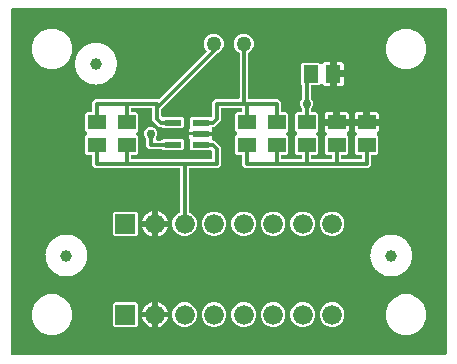
<source format=gbr>
G04 EAGLE Gerber RS-274X export*
G75*
%MOMM*%
%FSLAX34Y34*%
%LPD*%
%INTop Copper*%
%IPPOS*%
%AMOC8*
5,1,8,0,0,1.08239X$1,22.5*%
G01*
%ADD10R,1.500000X1.300000*%
%ADD11R,1.300000X1.500000*%
%ADD12C,1.270000*%
%ADD13R,1.473200X0.558800*%
%ADD14R,1.676400X1.676400*%
%ADD15C,1.676400*%
%ADD16C,1.000000*%
%ADD17C,0.304800*%
%ADD18C,0.756400*%

G36*
X370502Y3004D02*
X370502Y3004D01*
X370528Y3002D01*
X370675Y3024D01*
X370822Y3041D01*
X370847Y3049D01*
X370873Y3053D01*
X371011Y3108D01*
X371150Y3158D01*
X371172Y3172D01*
X371197Y3182D01*
X371318Y3267D01*
X371443Y3347D01*
X371461Y3366D01*
X371483Y3381D01*
X371582Y3491D01*
X371685Y3598D01*
X371699Y3620D01*
X371716Y3640D01*
X371788Y3770D01*
X371864Y3897D01*
X371872Y3922D01*
X371885Y3945D01*
X371925Y4088D01*
X371970Y4229D01*
X371972Y4255D01*
X371980Y4280D01*
X371999Y4524D01*
X371999Y295476D01*
X371997Y295497D01*
X371998Y295517D01*
X371998Y295521D01*
X371998Y295528D01*
X371976Y295675D01*
X371959Y295822D01*
X371951Y295847D01*
X371947Y295873D01*
X371892Y296011D01*
X371842Y296150D01*
X371828Y296172D01*
X371818Y296197D01*
X371733Y296318D01*
X371653Y296443D01*
X371634Y296461D01*
X371619Y296483D01*
X371509Y296582D01*
X371402Y296685D01*
X371380Y296699D01*
X371360Y296716D01*
X371230Y296788D01*
X371103Y296864D01*
X371078Y296872D01*
X371055Y296885D01*
X370912Y296925D01*
X370771Y296970D01*
X370745Y296972D01*
X370720Y296980D01*
X370476Y296999D01*
X4524Y296999D01*
X4498Y296996D01*
X4472Y296998D01*
X4325Y296976D01*
X4178Y296959D01*
X4153Y296951D01*
X4127Y296947D01*
X3989Y296892D01*
X3850Y296842D01*
X3828Y296828D01*
X3803Y296818D01*
X3682Y296733D01*
X3557Y296653D01*
X3539Y296634D01*
X3517Y296619D01*
X3418Y296509D01*
X3315Y296402D01*
X3301Y296380D01*
X3284Y296360D01*
X3212Y296230D01*
X3136Y296103D01*
X3128Y296078D01*
X3115Y296055D01*
X3075Y295912D01*
X3030Y295771D01*
X3028Y295745D01*
X3020Y295720D01*
X3001Y295476D01*
X3001Y4524D01*
X3004Y4498D01*
X3002Y4472D01*
X3024Y4325D01*
X3041Y4178D01*
X3049Y4153D01*
X3053Y4127D01*
X3108Y3989D01*
X3158Y3850D01*
X3172Y3828D01*
X3182Y3803D01*
X3267Y3682D01*
X3347Y3557D01*
X3366Y3539D01*
X3381Y3517D01*
X3491Y3418D01*
X3598Y3315D01*
X3620Y3301D01*
X3640Y3284D01*
X3770Y3212D01*
X3897Y3136D01*
X3922Y3128D01*
X3945Y3115D01*
X4088Y3075D01*
X4229Y3030D01*
X4255Y3028D01*
X4280Y3020D01*
X4524Y3001D01*
X370476Y3001D01*
X370502Y3004D01*
G37*
%LPC*%
G36*
X201140Y161775D02*
X201140Y161775D01*
X199075Y163840D01*
X199075Y171176D01*
X199072Y171202D01*
X199074Y171228D01*
X199052Y171375D01*
X199035Y171522D01*
X199027Y171547D01*
X199023Y171573D01*
X198968Y171711D01*
X198918Y171850D01*
X198904Y171872D01*
X198894Y171897D01*
X198809Y172018D01*
X198729Y172143D01*
X198710Y172161D01*
X198695Y172183D01*
X198585Y172282D01*
X198478Y172385D01*
X198456Y172399D01*
X198436Y172416D01*
X198306Y172488D01*
X198179Y172564D01*
X198154Y172572D01*
X198131Y172585D01*
X197988Y172625D01*
X197847Y172670D01*
X197821Y172672D01*
X197796Y172680D01*
X197552Y172699D01*
X194271Y172699D01*
X193099Y173871D01*
X193099Y188529D01*
X194193Y189623D01*
X194210Y189643D01*
X194230Y189660D01*
X194318Y189780D01*
X194410Y189896D01*
X194421Y189920D01*
X194437Y189941D01*
X194496Y190077D01*
X194559Y190211D01*
X194564Y190237D01*
X194575Y190261D01*
X194601Y190407D01*
X194632Y190552D01*
X194632Y190578D01*
X194637Y190604D01*
X194629Y190752D01*
X194626Y190900D01*
X194620Y190926D01*
X194619Y190952D01*
X194578Y191094D01*
X194541Y191238D01*
X194529Y191261D01*
X194522Y191287D01*
X194450Y191416D01*
X194382Y191548D01*
X194365Y191568D01*
X194352Y191591D01*
X194193Y191777D01*
X193099Y192871D01*
X193099Y207529D01*
X194271Y208701D01*
X197552Y208701D01*
X197578Y208704D01*
X197604Y208702D01*
X197751Y208724D01*
X197898Y208741D01*
X197923Y208749D01*
X197949Y208753D01*
X198087Y208808D01*
X198226Y208858D01*
X198248Y208872D01*
X198273Y208882D01*
X198394Y208967D01*
X198519Y209047D01*
X198537Y209066D01*
X198559Y209081D01*
X198658Y209191D01*
X198761Y209298D01*
X198775Y209320D01*
X198792Y209340D01*
X198864Y209470D01*
X198940Y209597D01*
X198948Y209622D01*
X198961Y209645D01*
X199001Y209788D01*
X199046Y209929D01*
X199048Y209955D01*
X199056Y209980D01*
X199075Y210224D01*
X199075Y211052D01*
X199072Y211078D01*
X199074Y211104D01*
X199052Y211251D01*
X199035Y211398D01*
X199027Y211423D01*
X199023Y211449D01*
X198968Y211587D01*
X198918Y211726D01*
X198904Y211748D01*
X198894Y211773D01*
X198810Y211894D01*
X198729Y212019D01*
X198710Y212037D01*
X198695Y212059D01*
X198585Y212158D01*
X198478Y212261D01*
X198456Y212275D01*
X198436Y212292D01*
X198306Y212364D01*
X198179Y212440D01*
X198154Y212448D01*
X198131Y212461D01*
X197988Y212501D01*
X197847Y212546D01*
X197821Y212548D01*
X197796Y212556D01*
X197552Y212575D01*
X182248Y212575D01*
X182222Y212572D01*
X182196Y212574D01*
X182049Y212552D01*
X181902Y212535D01*
X181877Y212527D01*
X181851Y212523D01*
X181713Y212468D01*
X181574Y212418D01*
X181552Y212404D01*
X181527Y212394D01*
X181406Y212309D01*
X181281Y212229D01*
X181263Y212210D01*
X181241Y212195D01*
X181142Y212085D01*
X181039Y211978D01*
X181025Y211956D01*
X181008Y211936D01*
X180936Y211806D01*
X180860Y211679D01*
X180852Y211654D01*
X180839Y211631D01*
X180799Y211488D01*
X180754Y211347D01*
X180752Y211321D01*
X180744Y211296D01*
X180725Y211052D01*
X180725Y201940D01*
X175358Y196573D01*
X174894Y196573D01*
X174844Y196567D01*
X174793Y196570D01*
X174671Y196548D01*
X174548Y196533D01*
X174500Y196516D01*
X174450Y196507D01*
X174337Y196458D01*
X174220Y196416D01*
X174177Y196388D01*
X174130Y196368D01*
X174031Y196294D01*
X173927Y196227D01*
X173892Y196190D01*
X173851Y196160D01*
X173771Y196065D01*
X173685Y195976D01*
X173659Y195932D01*
X173626Y195893D01*
X173570Y195783D01*
X173506Y195677D01*
X173491Y195629D01*
X173467Y195583D01*
X173438Y195463D01*
X173400Y195345D01*
X173396Y195294D01*
X173384Y195245D01*
X173382Y195121D01*
X173372Y194998D01*
X173380Y194947D01*
X173379Y194896D01*
X173423Y194656D01*
X173645Y193829D01*
X173645Y192223D01*
X163738Y192223D01*
X153831Y192223D01*
X153831Y193829D01*
X154004Y194475D01*
X154287Y194963D01*
X154287Y194965D01*
X154288Y194966D01*
X154357Y195127D01*
X154425Y195283D01*
X154425Y195284D01*
X154426Y195286D01*
X154455Y195447D01*
X154487Y195626D01*
X154487Y195627D01*
X154488Y195629D01*
X154479Y195798D01*
X154470Y195974D01*
X154470Y195975D01*
X154470Y195977D01*
X154425Y196130D01*
X154374Y196309D01*
X154373Y196310D01*
X154373Y196312D01*
X154371Y196315D01*
X154371Y203721D01*
X155543Y204893D01*
X172152Y204893D01*
X172178Y204896D01*
X172204Y204894D01*
X172351Y204916D01*
X172498Y204933D01*
X172523Y204941D01*
X172549Y204945D01*
X172687Y205000D01*
X172826Y205050D01*
X172848Y205064D01*
X172873Y205074D01*
X172994Y205159D01*
X173119Y205239D01*
X173137Y205258D01*
X173159Y205273D01*
X173258Y205383D01*
X173361Y205490D01*
X173375Y205512D01*
X173392Y205532D01*
X173464Y205662D01*
X173540Y205789D01*
X173548Y205814D01*
X173561Y205837D01*
X173601Y205980D01*
X173646Y206121D01*
X173648Y206147D01*
X173656Y206172D01*
X173675Y206416D01*
X173675Y217560D01*
X175740Y219625D01*
X195152Y219625D01*
X195178Y219628D01*
X195204Y219626D01*
X195351Y219648D01*
X195498Y219665D01*
X195523Y219673D01*
X195549Y219677D01*
X195687Y219732D01*
X195826Y219782D01*
X195848Y219796D01*
X195873Y219806D01*
X195994Y219891D01*
X196119Y219971D01*
X196137Y219990D01*
X196159Y220005D01*
X196258Y220115D01*
X196361Y220222D01*
X196375Y220244D01*
X196392Y220264D01*
X196464Y220394D01*
X196540Y220521D01*
X196548Y220546D01*
X196561Y220569D01*
X196601Y220712D01*
X196646Y220853D01*
X196648Y220879D01*
X196656Y220904D01*
X196675Y221148D01*
X196675Y258303D01*
X196667Y258379D01*
X196668Y258456D01*
X196647Y258552D01*
X196635Y258650D01*
X196610Y258722D01*
X196593Y258796D01*
X196551Y258885D01*
X196518Y258978D01*
X196476Y259042D01*
X196444Y259111D01*
X196382Y259188D01*
X196329Y259271D01*
X196274Y259324D01*
X196226Y259383D01*
X196149Y259444D01*
X196078Y259513D01*
X196013Y259552D01*
X195953Y259599D01*
X195820Y259667D01*
X195779Y259692D01*
X195761Y259697D01*
X195735Y259711D01*
X195470Y259821D01*
X193121Y262170D01*
X191849Y265239D01*
X191849Y268561D01*
X193121Y271630D01*
X195470Y273979D01*
X198539Y275251D01*
X201861Y275251D01*
X204930Y273979D01*
X207279Y271630D01*
X208551Y268561D01*
X208551Y265239D01*
X207279Y262170D01*
X204930Y259821D01*
X204665Y259711D01*
X204598Y259674D01*
X204527Y259645D01*
X204447Y259589D01*
X204360Y259541D01*
X204304Y259490D01*
X204241Y259446D01*
X204175Y259373D01*
X204102Y259307D01*
X204059Y259244D01*
X204008Y259188D01*
X203960Y259101D01*
X203904Y259021D01*
X203876Y258950D01*
X203839Y258883D01*
X203812Y258788D01*
X203776Y258696D01*
X203765Y258621D01*
X203744Y258547D01*
X203732Y258398D01*
X203725Y258352D01*
X203727Y258332D01*
X203725Y258303D01*
X203725Y221148D01*
X203728Y221122D01*
X203726Y221096D01*
X203748Y220949D01*
X203765Y220802D01*
X203773Y220777D01*
X203777Y220751D01*
X203832Y220613D01*
X203882Y220474D01*
X203896Y220452D01*
X203906Y220427D01*
X203991Y220306D01*
X204071Y220181D01*
X204090Y220163D01*
X204105Y220141D01*
X204215Y220042D01*
X204322Y219939D01*
X204344Y219925D01*
X204364Y219908D01*
X204494Y219836D01*
X204621Y219760D01*
X204646Y219752D01*
X204669Y219739D01*
X204812Y219699D01*
X204953Y219654D01*
X204979Y219652D01*
X205004Y219644D01*
X205248Y219625D01*
X229460Y219625D01*
X231525Y217560D01*
X231525Y210224D01*
X231528Y210198D01*
X231526Y210172D01*
X231548Y210025D01*
X231565Y209878D01*
X231573Y209853D01*
X231577Y209827D01*
X231632Y209689D01*
X231682Y209550D01*
X231696Y209528D01*
X231706Y209503D01*
X231791Y209382D01*
X231871Y209257D01*
X231890Y209239D01*
X231905Y209217D01*
X232015Y209118D01*
X232122Y209015D01*
X232144Y209001D01*
X232164Y208984D01*
X232294Y208912D01*
X232421Y208836D01*
X232446Y208828D01*
X232469Y208815D01*
X232612Y208775D01*
X232753Y208730D01*
X232779Y208728D01*
X232804Y208720D01*
X233048Y208701D01*
X236329Y208701D01*
X237501Y207529D01*
X237501Y192871D01*
X236407Y191777D01*
X236390Y191757D01*
X236370Y191740D01*
X236282Y191620D01*
X236190Y191504D01*
X236179Y191480D01*
X236163Y191459D01*
X236104Y191323D01*
X236041Y191189D01*
X236035Y191163D01*
X236025Y191139D01*
X235999Y190993D01*
X235968Y190848D01*
X235968Y190822D01*
X235963Y190796D01*
X235971Y190648D01*
X235974Y190500D01*
X235980Y190474D01*
X235981Y190448D01*
X236022Y190306D01*
X236059Y190162D01*
X236071Y190139D01*
X236078Y190113D01*
X236150Y189984D01*
X236218Y189852D01*
X236235Y189832D01*
X236248Y189809D01*
X236407Y189623D01*
X237501Y188529D01*
X237501Y173871D01*
X236329Y172699D01*
X233048Y172699D01*
X233022Y172696D01*
X232996Y172698D01*
X232849Y172676D01*
X232702Y172659D01*
X232677Y172651D01*
X232651Y172647D01*
X232513Y172592D01*
X232374Y172542D01*
X232352Y172528D01*
X232327Y172518D01*
X232206Y172433D01*
X232081Y172353D01*
X232063Y172334D01*
X232041Y172319D01*
X231942Y172209D01*
X231839Y172102D01*
X231825Y172080D01*
X231808Y172060D01*
X231736Y171930D01*
X231660Y171803D01*
X231652Y171778D01*
X231639Y171755D01*
X231599Y171612D01*
X231554Y171471D01*
X231552Y171445D01*
X231544Y171420D01*
X231525Y171176D01*
X231525Y170348D01*
X231528Y170322D01*
X231526Y170296D01*
X231548Y170149D01*
X231565Y170002D01*
X231573Y169977D01*
X231577Y169951D01*
X231632Y169813D01*
X231682Y169674D01*
X231696Y169652D01*
X231706Y169627D01*
X231791Y169506D01*
X231871Y169381D01*
X231890Y169363D01*
X231905Y169341D01*
X232015Y169242D01*
X232122Y169139D01*
X232144Y169125D01*
X232164Y169108D01*
X232294Y169036D01*
X232421Y168960D01*
X232446Y168952D01*
X232469Y168939D01*
X232612Y168899D01*
X232753Y168854D01*
X232779Y168852D01*
X232804Y168844D01*
X233048Y168825D01*
X248352Y168825D01*
X248378Y168828D01*
X248404Y168826D01*
X248551Y168848D01*
X248698Y168865D01*
X248723Y168873D01*
X248749Y168877D01*
X248887Y168932D01*
X249026Y168982D01*
X249048Y168996D01*
X249073Y169006D01*
X249194Y169091D01*
X249319Y169171D01*
X249337Y169190D01*
X249359Y169205D01*
X249458Y169315D01*
X249561Y169422D01*
X249575Y169444D01*
X249592Y169464D01*
X249664Y169594D01*
X249740Y169721D01*
X249748Y169746D01*
X249761Y169769D01*
X249801Y169912D01*
X249846Y170053D01*
X249848Y170079D01*
X249856Y170104D01*
X249875Y170348D01*
X249875Y171176D01*
X249872Y171202D01*
X249874Y171228D01*
X249852Y171375D01*
X249835Y171522D01*
X249827Y171547D01*
X249823Y171573D01*
X249768Y171711D01*
X249718Y171850D01*
X249704Y171872D01*
X249694Y171897D01*
X249609Y172018D01*
X249529Y172143D01*
X249510Y172161D01*
X249495Y172183D01*
X249385Y172282D01*
X249278Y172385D01*
X249256Y172399D01*
X249236Y172416D01*
X249106Y172488D01*
X248979Y172564D01*
X248954Y172572D01*
X248931Y172585D01*
X248788Y172625D01*
X248647Y172670D01*
X248621Y172672D01*
X248596Y172680D01*
X248352Y172699D01*
X245071Y172699D01*
X243899Y173871D01*
X243899Y188529D01*
X244993Y189623D01*
X245010Y189643D01*
X245030Y189660D01*
X245118Y189780D01*
X245210Y189896D01*
X245221Y189920D01*
X245237Y189941D01*
X245296Y190077D01*
X245359Y190211D01*
X245364Y190237D01*
X245375Y190261D01*
X245401Y190407D01*
X245432Y190552D01*
X245432Y190578D01*
X245437Y190604D01*
X245429Y190752D01*
X245426Y190900D01*
X245420Y190926D01*
X245419Y190952D01*
X245378Y191094D01*
X245341Y191238D01*
X245329Y191261D01*
X245322Y191287D01*
X245250Y191416D01*
X245182Y191548D01*
X245165Y191568D01*
X245152Y191591D01*
X244993Y191777D01*
X243899Y192871D01*
X243899Y207529D01*
X245071Y208701D01*
X248352Y208701D01*
X248378Y208704D01*
X248404Y208702D01*
X248551Y208724D01*
X248698Y208741D01*
X248723Y208749D01*
X248749Y208753D01*
X248887Y208808D01*
X249026Y208858D01*
X249048Y208872D01*
X249073Y208882D01*
X249194Y208967D01*
X249319Y209047D01*
X249337Y209066D01*
X249359Y209081D01*
X249458Y209191D01*
X249561Y209298D01*
X249575Y209320D01*
X249592Y209340D01*
X249664Y209470D01*
X249740Y209597D01*
X249748Y209622D01*
X249761Y209645D01*
X249801Y209788D01*
X249846Y209929D01*
X249848Y209955D01*
X249856Y209980D01*
X249875Y210224D01*
X249875Y210816D01*
X249861Y210941D01*
X249854Y211068D01*
X249841Y211114D01*
X249835Y211162D01*
X249793Y211281D01*
X249758Y211402D01*
X249734Y211445D01*
X249718Y211490D01*
X249649Y211596D01*
X249588Y211707D01*
X249548Y211753D01*
X249529Y211783D01*
X249494Y211816D01*
X249429Y211893D01*
X248498Y212824D01*
X247617Y214950D01*
X247617Y217250D01*
X248498Y219376D01*
X249429Y220307D01*
X249508Y220406D01*
X249592Y220500D01*
X249616Y220542D01*
X249646Y220580D01*
X249700Y220694D01*
X249761Y220805D01*
X249774Y220852D01*
X249795Y220895D01*
X249821Y221019D01*
X249856Y221140D01*
X249861Y221201D01*
X249868Y221236D01*
X249867Y221284D01*
X249875Y221384D01*
X249875Y230764D01*
X249861Y230890D01*
X249854Y231016D01*
X249841Y231063D01*
X249835Y231111D01*
X249793Y231229D01*
X249758Y231351D01*
X249734Y231393D01*
X249718Y231439D01*
X249649Y231545D01*
X249588Y231655D01*
X249548Y231701D01*
X249529Y231731D01*
X249494Y231765D01*
X249429Y231841D01*
X248299Y232971D01*
X248299Y249629D01*
X249471Y250801D01*
X264129Y250801D01*
X264876Y250054D01*
X264916Y250022D01*
X264950Y249984D01*
X265052Y249914D01*
X265149Y249837D01*
X265195Y249815D01*
X265237Y249786D01*
X265352Y249741D01*
X265464Y249688D01*
X265514Y249677D01*
X265561Y249659D01*
X265684Y249641D01*
X265805Y249615D01*
X265856Y249616D01*
X265906Y249608D01*
X266030Y249619D01*
X266153Y249621D01*
X266203Y249633D01*
X266253Y249637D01*
X266371Y249676D01*
X266491Y249706D01*
X266536Y249729D01*
X266585Y249745D01*
X266691Y249809D01*
X266801Y249865D01*
X266840Y249898D01*
X266883Y249925D01*
X266972Y250011D01*
X267066Y250091D01*
X267097Y250132D01*
X267133Y250168D01*
X267264Y250357D01*
X267740Y250833D01*
X268319Y251168D01*
X268965Y251341D01*
X272753Y251341D01*
X272753Y242824D01*
X272756Y242798D01*
X272754Y242772D01*
X272776Y242625D01*
X272793Y242478D01*
X272801Y242453D01*
X272805Y242427D01*
X272860Y242289D01*
X272910Y242150D01*
X272924Y242128D01*
X272934Y242103D01*
X273019Y241982D01*
X273099Y241857D01*
X273118Y241839D01*
X273133Y241817D01*
X273243Y241718D01*
X273350Y241615D01*
X273372Y241601D01*
X273392Y241584D01*
X273522Y241512D01*
X273649Y241436D01*
X273674Y241428D01*
X273697Y241415D01*
X273840Y241375D01*
X273981Y241330D01*
X274007Y241328D01*
X274032Y241320D01*
X274276Y241301D01*
X275801Y241301D01*
X275801Y241299D01*
X274276Y241299D01*
X274250Y241296D01*
X274224Y241298D01*
X274077Y241276D01*
X273930Y241259D01*
X273905Y241250D01*
X273879Y241247D01*
X273741Y241192D01*
X273602Y241142D01*
X273580Y241128D01*
X273555Y241118D01*
X273434Y241033D01*
X273309Y240953D01*
X273291Y240934D01*
X273269Y240919D01*
X273170Y240809D01*
X273067Y240702D01*
X273053Y240680D01*
X273036Y240660D01*
X272964Y240530D01*
X272888Y240403D01*
X272880Y240378D01*
X272867Y240355D01*
X272827Y240212D01*
X272782Y240071D01*
X272780Y240045D01*
X272772Y240020D01*
X272753Y239776D01*
X272753Y231259D01*
X268965Y231259D01*
X268319Y231432D01*
X267740Y231767D01*
X267261Y232246D01*
X267242Y232272D01*
X267218Y232317D01*
X267138Y232411D01*
X267064Y232511D01*
X267026Y232544D01*
X266992Y232583D01*
X266893Y232656D01*
X266799Y232736D01*
X266753Y232760D01*
X266712Y232790D01*
X266599Y232839D01*
X266489Y232895D01*
X266439Y232908D01*
X266392Y232928D01*
X266271Y232950D01*
X266150Y232980D01*
X266099Y232980D01*
X266049Y232990D01*
X265926Y232983D01*
X265802Y232985D01*
X265752Y232974D01*
X265701Y232972D01*
X265582Y232937D01*
X265461Y232911D01*
X265415Y232889D01*
X265366Y232875D01*
X265258Y232815D01*
X265147Y232762D01*
X265107Y232730D01*
X265062Y232705D01*
X264876Y232546D01*
X264129Y231799D01*
X258448Y231799D01*
X258422Y231796D01*
X258396Y231798D01*
X258249Y231776D01*
X258102Y231759D01*
X258077Y231751D01*
X258051Y231747D01*
X257913Y231692D01*
X257774Y231642D01*
X257752Y231628D01*
X257727Y231618D01*
X257606Y231533D01*
X257481Y231453D01*
X257463Y231434D01*
X257441Y231419D01*
X257342Y231309D01*
X257239Y231202D01*
X257225Y231180D01*
X257208Y231160D01*
X257136Y231030D01*
X257060Y230903D01*
X257052Y230878D01*
X257039Y230855D01*
X256999Y230712D01*
X256954Y230571D01*
X256952Y230545D01*
X256944Y230520D01*
X256925Y230276D01*
X256925Y221384D01*
X256939Y221259D01*
X256946Y221132D01*
X256959Y221086D01*
X256965Y221038D01*
X257007Y220919D01*
X257042Y220798D01*
X257066Y220755D01*
X257082Y220710D01*
X257151Y220604D01*
X257212Y220493D01*
X257252Y220447D01*
X257271Y220417D01*
X257306Y220384D01*
X257371Y220307D01*
X258302Y219376D01*
X259183Y217250D01*
X259183Y214950D01*
X258302Y212824D01*
X257371Y211893D01*
X257292Y211794D01*
X257208Y211700D01*
X257184Y211658D01*
X257154Y211620D01*
X257100Y211506D01*
X257039Y211395D01*
X257026Y211348D01*
X257005Y211305D01*
X256979Y211181D01*
X256944Y211060D01*
X256939Y210999D01*
X256932Y210964D01*
X256933Y210916D01*
X256925Y210816D01*
X256925Y210224D01*
X256928Y210198D01*
X256926Y210172D01*
X256948Y210025D01*
X256965Y209878D01*
X256973Y209853D01*
X256977Y209827D01*
X257032Y209689D01*
X257082Y209550D01*
X257096Y209528D01*
X257106Y209503D01*
X257191Y209382D01*
X257271Y209257D01*
X257290Y209239D01*
X257305Y209217D01*
X257415Y209118D01*
X257522Y209015D01*
X257544Y209001D01*
X257564Y208984D01*
X257694Y208912D01*
X257821Y208836D01*
X257846Y208828D01*
X257869Y208815D01*
X258012Y208775D01*
X258153Y208730D01*
X258179Y208728D01*
X258204Y208720D01*
X258448Y208701D01*
X261729Y208701D01*
X262901Y207529D01*
X262901Y192871D01*
X261807Y191777D01*
X261790Y191757D01*
X261770Y191740D01*
X261682Y191620D01*
X261590Y191504D01*
X261579Y191480D01*
X261563Y191459D01*
X261504Y191323D01*
X261441Y191189D01*
X261435Y191163D01*
X261425Y191139D01*
X261399Y190993D01*
X261368Y190848D01*
X261368Y190822D01*
X261363Y190796D01*
X261371Y190648D01*
X261374Y190500D01*
X261380Y190474D01*
X261381Y190448D01*
X261422Y190306D01*
X261459Y190162D01*
X261471Y190139D01*
X261478Y190113D01*
X261550Y189984D01*
X261618Y189852D01*
X261635Y189832D01*
X261648Y189809D01*
X261807Y189623D01*
X262901Y188529D01*
X262901Y173871D01*
X261729Y172699D01*
X258448Y172699D01*
X258422Y172696D01*
X258396Y172698D01*
X258249Y172676D01*
X258102Y172659D01*
X258077Y172651D01*
X258051Y172647D01*
X257913Y172592D01*
X257774Y172542D01*
X257752Y172528D01*
X257727Y172518D01*
X257606Y172433D01*
X257481Y172353D01*
X257463Y172334D01*
X257441Y172319D01*
X257342Y172209D01*
X257239Y172102D01*
X257225Y172080D01*
X257208Y172060D01*
X257136Y171930D01*
X257060Y171803D01*
X257052Y171778D01*
X257039Y171755D01*
X256999Y171612D01*
X256954Y171471D01*
X256952Y171445D01*
X256944Y171420D01*
X256925Y171176D01*
X256925Y170348D01*
X256928Y170322D01*
X256926Y170296D01*
X256948Y170149D01*
X256965Y170002D01*
X256973Y169977D01*
X256977Y169951D01*
X257032Y169813D01*
X257082Y169674D01*
X257096Y169652D01*
X257106Y169627D01*
X257191Y169506D01*
X257271Y169381D01*
X257290Y169363D01*
X257305Y169341D01*
X257415Y169242D01*
X257522Y169139D01*
X257544Y169125D01*
X257564Y169108D01*
X257694Y169036D01*
X257821Y168960D01*
X257846Y168952D01*
X257869Y168939D01*
X258012Y168899D01*
X258153Y168854D01*
X258179Y168852D01*
X258204Y168844D01*
X258448Y168825D01*
X273752Y168825D01*
X273778Y168828D01*
X273804Y168826D01*
X273951Y168848D01*
X274098Y168865D01*
X274123Y168873D01*
X274149Y168877D01*
X274287Y168932D01*
X274426Y168982D01*
X274448Y168996D01*
X274473Y169006D01*
X274594Y169091D01*
X274719Y169171D01*
X274737Y169190D01*
X274759Y169205D01*
X274858Y169315D01*
X274961Y169422D01*
X274975Y169444D01*
X274992Y169464D01*
X275064Y169594D01*
X275140Y169721D01*
X275148Y169746D01*
X275161Y169769D01*
X275201Y169912D01*
X275246Y170053D01*
X275248Y170079D01*
X275256Y170104D01*
X275275Y170348D01*
X275275Y171176D01*
X275272Y171202D01*
X275274Y171228D01*
X275252Y171375D01*
X275235Y171522D01*
X275227Y171547D01*
X275223Y171573D01*
X275168Y171711D01*
X275118Y171850D01*
X275104Y171872D01*
X275094Y171897D01*
X275009Y172018D01*
X274929Y172143D01*
X274910Y172161D01*
X274895Y172183D01*
X274785Y172282D01*
X274678Y172385D01*
X274656Y172399D01*
X274636Y172416D01*
X274506Y172488D01*
X274379Y172564D01*
X274354Y172572D01*
X274331Y172585D01*
X274188Y172625D01*
X274047Y172670D01*
X274021Y172672D01*
X273996Y172680D01*
X273752Y172699D01*
X270471Y172699D01*
X269299Y173871D01*
X269299Y188529D01*
X270046Y189276D01*
X270078Y189316D01*
X270116Y189350D01*
X270186Y189452D01*
X270263Y189549D01*
X270285Y189595D01*
X270314Y189637D01*
X270359Y189752D01*
X270412Y189864D01*
X270423Y189914D01*
X270441Y189961D01*
X270459Y190084D01*
X270485Y190205D01*
X270484Y190256D01*
X270492Y190306D01*
X270481Y190430D01*
X270479Y190553D01*
X270467Y190603D01*
X270463Y190653D01*
X270424Y190771D01*
X270394Y190891D01*
X270371Y190936D01*
X270355Y190985D01*
X270300Y191077D01*
X270298Y191081D01*
X270291Y191091D01*
X270235Y191201D01*
X270202Y191240D01*
X270175Y191283D01*
X270113Y191347D01*
X270099Y191367D01*
X270073Y191391D01*
X270009Y191466D01*
X269968Y191497D01*
X269932Y191533D01*
X269861Y191583D01*
X269840Y191601D01*
X269809Y191618D01*
X269743Y191664D01*
X269267Y192140D01*
X268932Y192719D01*
X268759Y193365D01*
X268759Y197153D01*
X277276Y197153D01*
X277302Y197156D01*
X277328Y197154D01*
X277475Y197176D01*
X277622Y197193D01*
X277647Y197201D01*
X277673Y197205D01*
X277811Y197260D01*
X277950Y197310D01*
X277972Y197324D01*
X277997Y197334D01*
X278118Y197419D01*
X278243Y197499D01*
X278261Y197518D01*
X278283Y197533D01*
X278382Y197643D01*
X278485Y197750D01*
X278499Y197772D01*
X278516Y197792D01*
X278588Y197922D01*
X278664Y198049D01*
X278672Y198074D01*
X278685Y198097D01*
X278725Y198240D01*
X278770Y198381D01*
X278772Y198407D01*
X278780Y198432D01*
X278799Y198676D01*
X278799Y200201D01*
X278801Y200201D01*
X278801Y198676D01*
X278804Y198650D01*
X278802Y198624D01*
X278824Y198477D01*
X278841Y198330D01*
X278850Y198305D01*
X278853Y198279D01*
X278908Y198141D01*
X278958Y198002D01*
X278972Y197980D01*
X278982Y197955D01*
X279067Y197834D01*
X279147Y197709D01*
X279166Y197691D01*
X279181Y197669D01*
X279291Y197570D01*
X279398Y197467D01*
X279420Y197453D01*
X279440Y197436D01*
X279570Y197364D01*
X279697Y197288D01*
X279722Y197280D01*
X279745Y197267D01*
X279888Y197227D01*
X280029Y197182D01*
X280055Y197180D01*
X280080Y197172D01*
X280324Y197153D01*
X288841Y197153D01*
X288841Y193365D01*
X288668Y192719D01*
X288333Y192140D01*
X287854Y191661D01*
X287828Y191642D01*
X287783Y191618D01*
X287722Y191566D01*
X287677Y191537D01*
X287649Y191509D01*
X287589Y191464D01*
X287556Y191426D01*
X287517Y191392D01*
X287454Y191307D01*
X287434Y191287D01*
X287425Y191271D01*
X287364Y191199D01*
X287340Y191153D01*
X287310Y191112D01*
X287261Y190999D01*
X287205Y190889D01*
X287192Y190839D01*
X287172Y190792D01*
X287150Y190671D01*
X287120Y190550D01*
X287120Y190499D01*
X287110Y190449D01*
X287117Y190326D01*
X287115Y190202D01*
X287126Y190152D01*
X287128Y190101D01*
X287163Y189982D01*
X287189Y189861D01*
X287211Y189815D01*
X287225Y189766D01*
X287285Y189658D01*
X287338Y189547D01*
X287370Y189507D01*
X287395Y189462D01*
X287554Y189276D01*
X288301Y188529D01*
X288301Y173871D01*
X287129Y172699D01*
X283848Y172699D01*
X283822Y172696D01*
X283796Y172698D01*
X283649Y172676D01*
X283502Y172659D01*
X283477Y172651D01*
X283451Y172647D01*
X283313Y172592D01*
X283174Y172542D01*
X283152Y172528D01*
X283127Y172518D01*
X283006Y172433D01*
X282881Y172353D01*
X282863Y172334D01*
X282841Y172319D01*
X282742Y172209D01*
X282639Y172102D01*
X282625Y172080D01*
X282608Y172060D01*
X282536Y171930D01*
X282460Y171803D01*
X282452Y171778D01*
X282439Y171755D01*
X282399Y171612D01*
X282354Y171471D01*
X282352Y171445D01*
X282344Y171420D01*
X282325Y171176D01*
X282325Y170348D01*
X282328Y170322D01*
X282326Y170296D01*
X282348Y170149D01*
X282365Y170002D01*
X282373Y169977D01*
X282377Y169951D01*
X282432Y169813D01*
X282482Y169674D01*
X282496Y169652D01*
X282506Y169627D01*
X282591Y169506D01*
X282671Y169381D01*
X282690Y169363D01*
X282705Y169341D01*
X282815Y169242D01*
X282922Y169139D01*
X282944Y169125D01*
X282964Y169108D01*
X283094Y169036D01*
X283221Y168960D01*
X283246Y168952D01*
X283269Y168939D01*
X283412Y168899D01*
X283553Y168854D01*
X283579Y168852D01*
X283604Y168844D01*
X283848Y168825D01*
X299152Y168825D01*
X299178Y168828D01*
X299204Y168826D01*
X299351Y168848D01*
X299498Y168865D01*
X299523Y168873D01*
X299549Y168877D01*
X299687Y168932D01*
X299826Y168982D01*
X299848Y168996D01*
X299873Y169006D01*
X299994Y169091D01*
X300119Y169171D01*
X300137Y169190D01*
X300159Y169205D01*
X300258Y169315D01*
X300361Y169422D01*
X300375Y169444D01*
X300392Y169464D01*
X300464Y169594D01*
X300540Y169721D01*
X300548Y169746D01*
X300561Y169769D01*
X300601Y169912D01*
X300646Y170053D01*
X300648Y170079D01*
X300656Y170104D01*
X300675Y170348D01*
X300675Y171176D01*
X300672Y171202D01*
X300674Y171228D01*
X300652Y171375D01*
X300635Y171522D01*
X300627Y171547D01*
X300623Y171573D01*
X300568Y171711D01*
X300518Y171850D01*
X300504Y171872D01*
X300494Y171897D01*
X300409Y172018D01*
X300329Y172143D01*
X300310Y172161D01*
X300295Y172183D01*
X300185Y172282D01*
X300078Y172385D01*
X300056Y172399D01*
X300036Y172416D01*
X299906Y172488D01*
X299779Y172564D01*
X299754Y172572D01*
X299731Y172585D01*
X299588Y172625D01*
X299447Y172670D01*
X299421Y172672D01*
X299396Y172680D01*
X299152Y172699D01*
X295871Y172699D01*
X294699Y173871D01*
X294699Y188529D01*
X295446Y189276D01*
X295478Y189316D01*
X295516Y189350D01*
X295586Y189452D01*
X295663Y189549D01*
X295685Y189595D01*
X295714Y189637D01*
X295759Y189752D01*
X295812Y189864D01*
X295823Y189914D01*
X295841Y189961D01*
X295859Y190084D01*
X295885Y190205D01*
X295884Y190256D01*
X295892Y190306D01*
X295881Y190430D01*
X295879Y190553D01*
X295867Y190603D01*
X295863Y190653D01*
X295824Y190771D01*
X295794Y190891D01*
X295771Y190936D01*
X295755Y190985D01*
X295700Y191077D01*
X295698Y191081D01*
X295691Y191091D01*
X295635Y191201D01*
X295602Y191240D01*
X295575Y191283D01*
X295513Y191347D01*
X295499Y191367D01*
X295473Y191391D01*
X295409Y191466D01*
X295368Y191497D01*
X295332Y191533D01*
X295261Y191583D01*
X295240Y191601D01*
X295209Y191618D01*
X295143Y191664D01*
X294667Y192140D01*
X294332Y192719D01*
X294159Y193365D01*
X294159Y197153D01*
X302676Y197153D01*
X302702Y197156D01*
X302728Y197154D01*
X302875Y197176D01*
X303022Y197193D01*
X303047Y197201D01*
X303073Y197205D01*
X303211Y197260D01*
X303350Y197310D01*
X303372Y197324D01*
X303397Y197334D01*
X303518Y197419D01*
X303643Y197499D01*
X303661Y197518D01*
X303683Y197533D01*
X303782Y197643D01*
X303885Y197750D01*
X303899Y197772D01*
X303916Y197792D01*
X303988Y197922D01*
X304064Y198049D01*
X304072Y198074D01*
X304085Y198097D01*
X304125Y198240D01*
X304170Y198381D01*
X304172Y198407D01*
X304180Y198432D01*
X304199Y198676D01*
X304199Y200201D01*
X304201Y200201D01*
X304201Y198676D01*
X304204Y198650D01*
X304202Y198624D01*
X304224Y198477D01*
X304241Y198330D01*
X304250Y198305D01*
X304253Y198279D01*
X304308Y198141D01*
X304358Y198002D01*
X304372Y197980D01*
X304382Y197955D01*
X304467Y197834D01*
X304547Y197709D01*
X304566Y197691D01*
X304581Y197669D01*
X304691Y197570D01*
X304798Y197467D01*
X304820Y197453D01*
X304840Y197436D01*
X304970Y197364D01*
X305097Y197288D01*
X305122Y197280D01*
X305145Y197267D01*
X305288Y197227D01*
X305429Y197182D01*
X305455Y197180D01*
X305480Y197172D01*
X305724Y197153D01*
X314241Y197153D01*
X314241Y193365D01*
X314068Y192719D01*
X313733Y192140D01*
X313254Y191661D01*
X313228Y191642D01*
X313183Y191618D01*
X313122Y191566D01*
X313077Y191537D01*
X313049Y191509D01*
X312989Y191464D01*
X312956Y191426D01*
X312917Y191392D01*
X312854Y191307D01*
X312834Y191287D01*
X312825Y191271D01*
X312764Y191199D01*
X312740Y191153D01*
X312710Y191112D01*
X312661Y190999D01*
X312605Y190889D01*
X312592Y190839D01*
X312572Y190792D01*
X312550Y190671D01*
X312520Y190550D01*
X312520Y190499D01*
X312510Y190449D01*
X312517Y190326D01*
X312515Y190202D01*
X312526Y190152D01*
X312528Y190101D01*
X312563Y189982D01*
X312589Y189861D01*
X312611Y189815D01*
X312625Y189766D01*
X312685Y189658D01*
X312738Y189547D01*
X312770Y189507D01*
X312795Y189462D01*
X312954Y189276D01*
X313701Y188529D01*
X313701Y173871D01*
X312529Y172699D01*
X309248Y172699D01*
X309222Y172696D01*
X309196Y172698D01*
X309049Y172676D01*
X308902Y172659D01*
X308877Y172651D01*
X308851Y172647D01*
X308713Y172592D01*
X308574Y172542D01*
X308552Y172528D01*
X308527Y172518D01*
X308406Y172433D01*
X308281Y172353D01*
X308263Y172334D01*
X308241Y172319D01*
X308142Y172209D01*
X308039Y172102D01*
X308025Y172080D01*
X308008Y172060D01*
X307936Y171930D01*
X307860Y171803D01*
X307852Y171778D01*
X307839Y171755D01*
X307799Y171612D01*
X307754Y171471D01*
X307752Y171445D01*
X307744Y171420D01*
X307725Y171176D01*
X307725Y163840D01*
X305660Y161775D01*
X201140Y161775D01*
G37*
%LPD*%
%LPC*%
G36*
X147935Y103917D02*
X147935Y103917D01*
X144119Y105498D01*
X141198Y108419D01*
X139617Y112235D01*
X139617Y116365D01*
X141198Y120181D01*
X144119Y123102D01*
X145535Y123689D01*
X145602Y123726D01*
X145673Y123754D01*
X145754Y123810D01*
X145840Y123858D01*
X145896Y123909D01*
X145959Y123953D01*
X146025Y124026D01*
X146098Y124092D01*
X146141Y124155D01*
X146192Y124212D01*
X146240Y124298D01*
X146296Y124379D01*
X146324Y124450D01*
X146361Y124517D01*
X146388Y124612D01*
X146424Y124703D01*
X146435Y124779D01*
X146456Y124852D01*
X146468Y125001D01*
X146475Y125048D01*
X146473Y125067D01*
X146475Y125096D01*
X146475Y160252D01*
X146472Y160278D01*
X146474Y160304D01*
X146452Y160451D01*
X146435Y160598D01*
X146427Y160623D01*
X146423Y160649D01*
X146368Y160787D01*
X146318Y160926D01*
X146304Y160948D01*
X146294Y160973D01*
X146209Y161094D01*
X146129Y161219D01*
X146110Y161237D01*
X146095Y161259D01*
X145985Y161358D01*
X145878Y161461D01*
X145856Y161475D01*
X145836Y161492D01*
X145706Y161564D01*
X145579Y161640D01*
X145554Y161648D01*
X145531Y161661D01*
X145388Y161701D01*
X145247Y161746D01*
X145221Y161748D01*
X145196Y161756D01*
X144952Y161775D01*
X74140Y161775D01*
X72075Y163840D01*
X72075Y171176D01*
X72072Y171202D01*
X72074Y171228D01*
X72052Y171375D01*
X72035Y171522D01*
X72027Y171547D01*
X72023Y171573D01*
X71968Y171711D01*
X71918Y171850D01*
X71904Y171872D01*
X71894Y171897D01*
X71809Y172018D01*
X71729Y172143D01*
X71710Y172161D01*
X71695Y172183D01*
X71585Y172282D01*
X71478Y172385D01*
X71456Y172399D01*
X71436Y172416D01*
X71306Y172488D01*
X71179Y172564D01*
X71154Y172572D01*
X71131Y172585D01*
X70988Y172625D01*
X70847Y172670D01*
X70821Y172672D01*
X70796Y172680D01*
X70552Y172699D01*
X67271Y172699D01*
X66099Y173871D01*
X66099Y188529D01*
X67193Y189623D01*
X67210Y189643D01*
X67230Y189660D01*
X67318Y189780D01*
X67410Y189896D01*
X67421Y189920D01*
X67437Y189941D01*
X67496Y190077D01*
X67559Y190211D01*
X67564Y190237D01*
X67575Y190261D01*
X67601Y190407D01*
X67632Y190552D01*
X67632Y190578D01*
X67637Y190604D01*
X67629Y190752D01*
X67626Y190900D01*
X67620Y190926D01*
X67619Y190952D01*
X67578Y191094D01*
X67541Y191238D01*
X67529Y191261D01*
X67522Y191287D01*
X67450Y191416D01*
X67382Y191548D01*
X67365Y191568D01*
X67352Y191591D01*
X67193Y191777D01*
X66099Y192871D01*
X66099Y207529D01*
X67271Y208701D01*
X70552Y208701D01*
X70578Y208704D01*
X70604Y208702D01*
X70751Y208724D01*
X70898Y208741D01*
X70923Y208749D01*
X70949Y208753D01*
X71087Y208808D01*
X71226Y208858D01*
X71248Y208872D01*
X71273Y208882D01*
X71394Y208967D01*
X71519Y209047D01*
X71537Y209066D01*
X71559Y209081D01*
X71658Y209191D01*
X71761Y209298D01*
X71775Y209320D01*
X71792Y209340D01*
X71864Y209470D01*
X71940Y209597D01*
X71948Y209622D01*
X71961Y209645D01*
X72001Y209788D01*
X72046Y209929D01*
X72048Y209955D01*
X72056Y209980D01*
X72075Y210224D01*
X72075Y217560D01*
X74140Y219625D01*
X127909Y219625D01*
X128035Y219639D01*
X128161Y219646D01*
X128207Y219659D01*
X128255Y219665D01*
X128374Y219707D01*
X128496Y219742D01*
X128538Y219766D01*
X128583Y219782D01*
X128690Y219851D01*
X128800Y219912D01*
X128846Y219952D01*
X128876Y219971D01*
X128910Y220006D01*
X128986Y220071D01*
X168326Y259410D01*
X168342Y259431D01*
X168362Y259448D01*
X168450Y259567D01*
X168542Y259683D01*
X168554Y259707D01*
X168569Y259728D01*
X168628Y259865D01*
X168691Y259999D01*
X168697Y260024D01*
X168707Y260048D01*
X168734Y260195D01*
X168765Y260339D01*
X168764Y260365D01*
X168769Y260391D01*
X168761Y260540D01*
X168759Y260688D01*
X168752Y260713D01*
X168751Y260739D01*
X168710Y260881D01*
X168674Y261026D01*
X168662Y261049D01*
X168654Y261074D01*
X168582Y261203D01*
X168514Y261335D01*
X168497Y261355D01*
X168484Y261378D01*
X168326Y261565D01*
X167721Y262170D01*
X166449Y265239D01*
X166449Y268561D01*
X167721Y271630D01*
X170070Y273979D01*
X173139Y275251D01*
X176461Y275251D01*
X179530Y273979D01*
X181879Y271630D01*
X183151Y268561D01*
X183151Y265239D01*
X181879Y262170D01*
X179530Y259821D01*
X178402Y259353D01*
X178400Y259352D01*
X178398Y259352D01*
X178246Y259266D01*
X178097Y259184D01*
X178096Y259182D01*
X178094Y259181D01*
X177908Y259023D01*
X175814Y256929D01*
X130371Y211486D01*
X130292Y211387D01*
X130208Y211293D01*
X130184Y211251D01*
X130154Y211213D01*
X130100Y211099D01*
X130039Y210988D01*
X130026Y210942D01*
X130005Y210898D01*
X129979Y210775D01*
X129944Y210653D01*
X129939Y210592D01*
X129932Y210557D01*
X129933Y210509D01*
X129925Y210409D01*
X129925Y206416D01*
X129928Y206390D01*
X129926Y206364D01*
X129948Y206217D01*
X129965Y206070D01*
X129973Y206045D01*
X129977Y206019D01*
X130032Y205881D01*
X130082Y205742D01*
X130096Y205720D01*
X130106Y205695D01*
X130191Y205574D01*
X130271Y205449D01*
X130290Y205431D01*
X130305Y205409D01*
X130415Y205310D01*
X130522Y205207D01*
X130544Y205193D01*
X130564Y205176D01*
X130694Y205104D01*
X130821Y205028D01*
X130846Y205020D01*
X130869Y205007D01*
X131012Y204967D01*
X131153Y204922D01*
X131179Y204920D01*
X131204Y204912D01*
X131448Y204893D01*
X148057Y204893D01*
X149229Y203721D01*
X149229Y196475D01*
X148057Y195303D01*
X131667Y195303D01*
X130843Y196127D01*
X130744Y196206D01*
X130651Y196290D01*
X130608Y196314D01*
X130570Y196344D01*
X130456Y196398D01*
X130346Y196459D01*
X130299Y196472D01*
X130255Y196493D01*
X130132Y196519D01*
X130010Y196554D01*
X129949Y196559D01*
X129915Y196566D01*
X129867Y196565D01*
X129766Y196573D01*
X128242Y196573D01*
X122875Y201940D01*
X122875Y211052D01*
X122872Y211078D01*
X122874Y211104D01*
X122852Y211251D01*
X122835Y211398D01*
X122827Y211423D01*
X122823Y211449D01*
X122768Y211587D01*
X122718Y211726D01*
X122704Y211748D01*
X122694Y211773D01*
X122610Y211894D01*
X122529Y212019D01*
X122510Y212037D01*
X122495Y212059D01*
X122385Y212158D01*
X122278Y212261D01*
X122256Y212275D01*
X122236Y212292D01*
X122106Y212364D01*
X121979Y212440D01*
X121954Y212448D01*
X121931Y212461D01*
X121788Y212501D01*
X121647Y212546D01*
X121621Y212548D01*
X121596Y212556D01*
X121352Y212575D01*
X106048Y212575D01*
X106022Y212572D01*
X105996Y212574D01*
X105849Y212552D01*
X105702Y212535D01*
X105677Y212527D01*
X105651Y212523D01*
X105513Y212468D01*
X105374Y212418D01*
X105352Y212404D01*
X105327Y212394D01*
X105206Y212309D01*
X105081Y212229D01*
X105063Y212210D01*
X105041Y212195D01*
X104942Y212085D01*
X104839Y211978D01*
X104825Y211956D01*
X104808Y211936D01*
X104736Y211806D01*
X104660Y211679D01*
X104652Y211654D01*
X104639Y211631D01*
X104599Y211488D01*
X104554Y211347D01*
X104552Y211321D01*
X104544Y211296D01*
X104525Y211052D01*
X104525Y210224D01*
X104528Y210198D01*
X104526Y210172D01*
X104548Y210025D01*
X104565Y209878D01*
X104573Y209853D01*
X104577Y209827D01*
X104632Y209689D01*
X104682Y209550D01*
X104696Y209528D01*
X104706Y209503D01*
X104791Y209382D01*
X104871Y209257D01*
X104890Y209239D01*
X104905Y209217D01*
X105015Y209118D01*
X105122Y209015D01*
X105144Y209001D01*
X105164Y208984D01*
X105294Y208912D01*
X105421Y208836D01*
X105446Y208828D01*
X105469Y208815D01*
X105612Y208775D01*
X105753Y208730D01*
X105779Y208728D01*
X105804Y208720D01*
X106048Y208701D01*
X109329Y208701D01*
X110501Y207529D01*
X110501Y192871D01*
X109407Y191777D01*
X109390Y191757D01*
X109370Y191740D01*
X109282Y191620D01*
X109190Y191504D01*
X109179Y191480D01*
X109163Y191459D01*
X109104Y191323D01*
X109041Y191189D01*
X109035Y191163D01*
X109025Y191139D01*
X108999Y190993D01*
X108968Y190848D01*
X108968Y190822D01*
X108963Y190796D01*
X108971Y190648D01*
X108974Y190500D01*
X108980Y190474D01*
X108981Y190448D01*
X109022Y190306D01*
X109059Y190162D01*
X109071Y190139D01*
X109078Y190113D01*
X109150Y189984D01*
X109218Y189852D01*
X109235Y189832D01*
X109248Y189809D01*
X109407Y189623D01*
X110501Y188529D01*
X110501Y173871D01*
X109329Y172699D01*
X106048Y172699D01*
X106022Y172696D01*
X105996Y172698D01*
X105849Y172676D01*
X105702Y172659D01*
X105677Y172651D01*
X105651Y172647D01*
X105513Y172592D01*
X105374Y172542D01*
X105352Y172528D01*
X105327Y172518D01*
X105206Y172433D01*
X105081Y172353D01*
X105063Y172334D01*
X105041Y172319D01*
X104942Y172209D01*
X104839Y172102D01*
X104825Y172080D01*
X104808Y172060D01*
X104736Y171930D01*
X104660Y171803D01*
X104652Y171778D01*
X104639Y171755D01*
X104599Y171612D01*
X104554Y171471D01*
X104552Y171445D01*
X104544Y171420D01*
X104525Y171176D01*
X104525Y170348D01*
X104528Y170322D01*
X104526Y170296D01*
X104548Y170149D01*
X104565Y170002D01*
X104573Y169977D01*
X104577Y169951D01*
X104632Y169813D01*
X104682Y169674D01*
X104696Y169652D01*
X104706Y169627D01*
X104791Y169506D01*
X104871Y169381D01*
X104890Y169363D01*
X104905Y169341D01*
X105015Y169242D01*
X105122Y169139D01*
X105144Y169125D01*
X105164Y169108D01*
X105294Y169036D01*
X105421Y168960D01*
X105446Y168952D01*
X105469Y168939D01*
X105612Y168899D01*
X105753Y168854D01*
X105779Y168852D01*
X105804Y168844D01*
X106048Y168825D01*
X172152Y168825D01*
X172178Y168828D01*
X172204Y168826D01*
X172351Y168848D01*
X172498Y168865D01*
X172523Y168873D01*
X172549Y168877D01*
X172687Y168932D01*
X172826Y168982D01*
X172848Y168996D01*
X172873Y169006D01*
X172994Y169091D01*
X173119Y169171D01*
X173137Y169190D01*
X173159Y169205D01*
X173258Y169315D01*
X173361Y169422D01*
X173375Y169444D01*
X173392Y169464D01*
X173464Y169594D01*
X173540Y169721D01*
X173548Y169746D01*
X173561Y169769D01*
X173601Y169912D01*
X173646Y170053D01*
X173648Y170079D01*
X173656Y170104D01*
X173675Y170348D01*
X173675Y174984D01*
X173672Y175010D01*
X173674Y175036D01*
X173652Y175183D01*
X173635Y175330D01*
X173627Y175355D01*
X173623Y175381D01*
X173568Y175519D01*
X173518Y175658D01*
X173504Y175680D01*
X173494Y175705D01*
X173409Y175826D01*
X173329Y175951D01*
X173310Y175969D01*
X173295Y175991D01*
X173185Y176090D01*
X173078Y176193D01*
X173056Y176207D01*
X173036Y176224D01*
X172906Y176296D01*
X172779Y176372D01*
X172754Y176380D01*
X172731Y176393D01*
X172588Y176433D01*
X172447Y176478D01*
X172421Y176480D01*
X172396Y176488D01*
X172152Y176507D01*
X155543Y176507D01*
X154371Y177679D01*
X154371Y185104D01*
X154410Y185186D01*
X154410Y185187D01*
X154411Y185189D01*
X154447Y185356D01*
X154483Y185527D01*
X154483Y185528D01*
X154484Y185530D01*
X154480Y185698D01*
X154477Y185875D01*
X154477Y185877D01*
X154477Y185878D01*
X154436Y186041D01*
X154392Y186213D01*
X154392Y186214D01*
X154391Y186216D01*
X154287Y186437D01*
X154004Y186925D01*
X153831Y187571D01*
X153831Y189177D01*
X163738Y189177D01*
X173645Y189177D01*
X173645Y187571D01*
X173423Y186744D01*
X173416Y186694D01*
X173400Y186645D01*
X173390Y186522D01*
X173372Y186399D01*
X173376Y186349D01*
X173372Y186298D01*
X173390Y186175D01*
X173401Y186052D01*
X173416Y186004D01*
X173424Y185953D01*
X173469Y185838D01*
X173507Y185720D01*
X173534Y185677D01*
X173552Y185629D01*
X173623Y185528D01*
X173687Y185422D01*
X173722Y185385D01*
X173751Y185343D01*
X173843Y185260D01*
X173929Y185171D01*
X173972Y185144D01*
X174010Y185110D01*
X174119Y185050D01*
X174223Y184983D01*
X174271Y184966D01*
X174315Y184941D01*
X174434Y184907D01*
X174551Y184866D01*
X174602Y184860D01*
X174651Y184846D01*
X174894Y184827D01*
X175358Y184827D01*
X180725Y179460D01*
X180725Y163840D01*
X178660Y161775D01*
X155048Y161775D01*
X155022Y161772D01*
X154996Y161774D01*
X154849Y161752D01*
X154702Y161735D01*
X154677Y161727D01*
X154651Y161723D01*
X154513Y161668D01*
X154374Y161618D01*
X154352Y161604D01*
X154327Y161594D01*
X154206Y161509D01*
X154081Y161429D01*
X154063Y161410D01*
X154041Y161395D01*
X153942Y161285D01*
X153839Y161178D01*
X153825Y161156D01*
X153808Y161136D01*
X153736Y161006D01*
X153660Y160879D01*
X153652Y160854D01*
X153639Y160831D01*
X153599Y160688D01*
X153554Y160547D01*
X153552Y160521D01*
X153544Y160496D01*
X153525Y160252D01*
X153525Y125096D01*
X153533Y125020D01*
X153532Y124944D01*
X153553Y124847D01*
X153565Y124750D01*
X153590Y124678D01*
X153607Y124603D01*
X153649Y124514D01*
X153682Y124422D01*
X153724Y124358D01*
X153756Y124288D01*
X153818Y124212D01*
X153871Y124129D01*
X153926Y124076D01*
X153974Y124016D01*
X154051Y123955D01*
X154122Y123887D01*
X154187Y123848D01*
X154247Y123800D01*
X154381Y123732D01*
X154421Y123708D01*
X154439Y123702D01*
X154465Y123689D01*
X155881Y123102D01*
X158802Y120181D01*
X160383Y116365D01*
X160383Y112235D01*
X158802Y108419D01*
X155881Y105498D01*
X152065Y103917D01*
X147935Y103917D01*
G37*
%LPD*%
%LPC*%
G36*
X49078Y69791D02*
X49078Y69791D01*
X49023Y69827D01*
X48920Y69865D01*
X48821Y69912D01*
X48758Y69925D01*
X48696Y69948D01*
X48588Y69961D01*
X48480Y69984D01*
X48415Y69983D01*
X48351Y69991D01*
X48242Y69980D01*
X48132Y69978D01*
X48069Y69962D01*
X48004Y69955D01*
X47900Y69919D01*
X47795Y69892D01*
X47065Y70088D01*
X47054Y70089D01*
X47044Y70093D01*
X46803Y70134D01*
X46045Y70200D01*
X46017Y70220D01*
X45969Y70265D01*
X45875Y70320D01*
X45785Y70383D01*
X45725Y70408D01*
X45668Y70441D01*
X45564Y70473D01*
X45462Y70514D01*
X45398Y70524D01*
X45335Y70544D01*
X45226Y70551D01*
X45118Y70568D01*
X45053Y70563D01*
X44988Y70568D01*
X44879Y70551D01*
X44771Y70543D01*
X44086Y70862D01*
X44076Y70865D01*
X44067Y70871D01*
X43836Y70953D01*
X43101Y71150D01*
X43076Y71174D01*
X43038Y71227D01*
X42954Y71298D01*
X42877Y71375D01*
X42822Y71410D01*
X42772Y71452D01*
X42674Y71502D01*
X42581Y71560D01*
X42520Y71581D01*
X42462Y71611D01*
X42355Y71638D01*
X42252Y71673D01*
X42187Y71680D01*
X42124Y71696D01*
X42014Y71697D01*
X41905Y71708D01*
X41286Y72142D01*
X41277Y72147D01*
X41269Y72154D01*
X41056Y72275D01*
X40366Y72596D01*
X40347Y72625D01*
X40318Y72683D01*
X40247Y72768D01*
X40185Y72857D01*
X40137Y72901D01*
X40095Y72951D01*
X40008Y73017D01*
X39926Y73091D01*
X39869Y73122D01*
X39817Y73162D01*
X39717Y73206D01*
X39621Y73259D01*
X39558Y73277D01*
X39499Y73304D01*
X39391Y73324D01*
X39286Y73354D01*
X38752Y73888D01*
X38743Y73895D01*
X38737Y73903D01*
X38548Y74059D01*
X37925Y74496D01*
X37910Y74527D01*
X37892Y74589D01*
X37837Y74685D01*
X37791Y74784D01*
X37751Y74835D01*
X37719Y74892D01*
X37644Y74973D01*
X37577Y75059D01*
X37526Y75100D01*
X37482Y75148D01*
X37391Y75209D01*
X37306Y75278D01*
X37247Y75306D01*
X37193Y75343D01*
X37091Y75382D01*
X36992Y75429D01*
X36559Y76048D01*
X36552Y76056D01*
X36547Y76066D01*
X36388Y76252D01*
X35850Y76790D01*
X35841Y76823D01*
X35834Y76888D01*
X35797Y76991D01*
X35769Y77097D01*
X35738Y77155D01*
X35716Y77216D01*
X35657Y77308D01*
X35605Y77405D01*
X35563Y77454D01*
X35527Y77509D01*
X35448Y77585D01*
X35376Y77668D01*
X35323Y77706D01*
X35277Y77751D01*
X35183Y77808D01*
X35094Y77871D01*
X34775Y78556D01*
X34769Y78565D01*
X34766Y78575D01*
X34642Y78786D01*
X34205Y79410D01*
X34202Y79444D01*
X34206Y79509D01*
X34188Y79617D01*
X34179Y79727D01*
X34158Y79789D01*
X34147Y79853D01*
X34105Y79954D01*
X34071Y80058D01*
X34038Y80114D01*
X34012Y80174D01*
X33948Y80263D01*
X33891Y80357D01*
X33846Y80403D01*
X33807Y80456D01*
X33725Y80528D01*
X33649Y80606D01*
X33453Y81336D01*
X33449Y81346D01*
X33447Y81356D01*
X33362Y81586D01*
X33040Y82275D01*
X33043Y82310D01*
X33059Y82373D01*
X33059Y82483D01*
X33069Y82592D01*
X33060Y82657D01*
X33060Y82722D01*
X33036Y82829D01*
X33021Y82937D01*
X32997Y82998D01*
X32983Y83062D01*
X32935Y83160D01*
X32896Y83262D01*
X32859Y83316D01*
X32830Y83375D01*
X32761Y83460D01*
X32700Y83550D01*
X32634Y84303D01*
X32632Y84314D01*
X32632Y84324D01*
X32588Y84565D01*
X32391Y85300D01*
X32400Y85333D01*
X32426Y85393D01*
X32445Y85501D01*
X32474Y85607D01*
X32476Y85672D01*
X32488Y85736D01*
X32483Y85845D01*
X32487Y85955D01*
X32474Y86019D01*
X32471Y86084D01*
X32441Y86189D01*
X32420Y86297D01*
X32393Y86356D01*
X32375Y86419D01*
X32322Y86515D01*
X32277Y86614D01*
X32343Y87367D01*
X32342Y87378D01*
X32344Y87388D01*
X32343Y87633D01*
X32276Y88391D01*
X32291Y88422D01*
X32327Y88477D01*
X32365Y88580D01*
X32412Y88679D01*
X32425Y88742D01*
X32448Y88804D01*
X32461Y88912D01*
X32484Y89020D01*
X32483Y89085D01*
X32491Y89149D01*
X32480Y89258D01*
X32478Y89368D01*
X32462Y89431D01*
X32455Y89496D01*
X32419Y89600D01*
X32392Y89705D01*
X32588Y90435D01*
X32589Y90446D01*
X32593Y90456D01*
X32634Y90697D01*
X32700Y91455D01*
X32720Y91483D01*
X32765Y91531D01*
X32820Y91625D01*
X32883Y91715D01*
X32908Y91775D01*
X32941Y91832D01*
X32973Y91936D01*
X33014Y92038D01*
X33024Y92102D01*
X33044Y92165D01*
X33051Y92274D01*
X33068Y92382D01*
X33063Y92447D01*
X33068Y92512D01*
X33051Y92621D01*
X33043Y92729D01*
X33362Y93414D01*
X33365Y93424D01*
X33371Y93433D01*
X33453Y93664D01*
X33650Y94399D01*
X33674Y94424D01*
X33727Y94462D01*
X33798Y94546D01*
X33875Y94623D01*
X33910Y94678D01*
X33952Y94728D01*
X34002Y94826D01*
X34060Y94919D01*
X34081Y94980D01*
X34111Y95038D01*
X34138Y95145D01*
X34173Y95248D01*
X34180Y95313D01*
X34196Y95376D01*
X34197Y95486D01*
X34208Y95595D01*
X34642Y96214D01*
X34647Y96223D01*
X34654Y96231D01*
X34775Y96444D01*
X35096Y97134D01*
X35125Y97153D01*
X35183Y97182D01*
X35268Y97253D01*
X35357Y97315D01*
X35401Y97363D01*
X35451Y97405D01*
X35517Y97492D01*
X35591Y97574D01*
X35622Y97631D01*
X35662Y97683D01*
X35706Y97783D01*
X35759Y97879D01*
X35777Y97942D01*
X35804Y98001D01*
X35824Y98109D01*
X35854Y98214D01*
X36388Y98748D01*
X36395Y98756D01*
X36403Y98763D01*
X36559Y98952D01*
X36996Y99575D01*
X37027Y99590D01*
X37089Y99608D01*
X37185Y99663D01*
X37284Y99709D01*
X37335Y99749D01*
X37392Y99781D01*
X37473Y99856D01*
X37559Y99923D01*
X37600Y99974D01*
X37648Y100018D01*
X37709Y100109D01*
X37778Y100194D01*
X37806Y100253D01*
X37843Y100307D01*
X37882Y100409D01*
X37929Y100507D01*
X38548Y100941D01*
X38556Y100948D01*
X38566Y100953D01*
X38752Y101112D01*
X39290Y101650D01*
X39323Y101659D01*
X39388Y101666D01*
X39491Y101703D01*
X39597Y101731D01*
X39655Y101762D01*
X39716Y101784D01*
X39808Y101843D01*
X39905Y101895D01*
X39954Y101937D01*
X40009Y101973D01*
X40085Y102052D01*
X40168Y102124D01*
X40206Y102177D01*
X40251Y102223D01*
X40308Y102317D01*
X40371Y102406D01*
X41056Y102725D01*
X41065Y102731D01*
X41075Y102734D01*
X41286Y102858D01*
X41910Y103295D01*
X41944Y103298D01*
X42009Y103294D01*
X42117Y103312D01*
X42227Y103321D01*
X42289Y103342D01*
X42353Y103353D01*
X42454Y103395D01*
X42558Y103429D01*
X42614Y103462D01*
X42674Y103488D01*
X42763Y103552D01*
X42857Y103609D01*
X42903Y103654D01*
X42956Y103693D01*
X43028Y103775D01*
X43106Y103851D01*
X43836Y104047D01*
X43846Y104051D01*
X43856Y104053D01*
X44086Y104138D01*
X44775Y104460D01*
X44810Y104457D01*
X44873Y104441D01*
X44983Y104441D01*
X45092Y104431D01*
X45157Y104440D01*
X45222Y104440D01*
X45329Y104464D01*
X45437Y104479D01*
X45498Y104503D01*
X45562Y104517D01*
X45660Y104565D01*
X45762Y104604D01*
X45816Y104641D01*
X45875Y104670D01*
X45960Y104739D01*
X46050Y104800D01*
X46803Y104866D01*
X46813Y104868D01*
X46824Y104868D01*
X47065Y104912D01*
X47800Y105109D01*
X47833Y105100D01*
X47893Y105074D01*
X48001Y105055D01*
X48107Y105026D01*
X48172Y105024D01*
X48236Y105012D01*
X48345Y105017D01*
X48455Y105013D01*
X48519Y105026D01*
X48584Y105029D01*
X48689Y105059D01*
X48797Y105080D01*
X48856Y105107D01*
X48919Y105125D01*
X49015Y105178D01*
X49114Y105223D01*
X49867Y105157D01*
X49878Y105158D01*
X49888Y105156D01*
X50133Y105157D01*
X50891Y105224D01*
X50922Y105209D01*
X50977Y105173D01*
X51080Y105135D01*
X51179Y105088D01*
X51242Y105075D01*
X51304Y105052D01*
X51412Y105039D01*
X51520Y105016D01*
X51585Y105017D01*
X51649Y105009D01*
X51758Y105020D01*
X51868Y105022D01*
X51931Y105038D01*
X51996Y105045D01*
X52100Y105081D01*
X52205Y105108D01*
X52935Y104912D01*
X52946Y104911D01*
X52956Y104907D01*
X53197Y104866D01*
X53955Y104800D01*
X53983Y104780D01*
X54031Y104735D01*
X54125Y104680D01*
X54215Y104617D01*
X54275Y104592D01*
X54332Y104559D01*
X54436Y104527D01*
X54538Y104486D01*
X54602Y104476D01*
X54665Y104456D01*
X54774Y104449D01*
X54882Y104432D01*
X54947Y104437D01*
X55012Y104432D01*
X55121Y104449D01*
X55229Y104457D01*
X55914Y104138D01*
X55924Y104135D01*
X55933Y104129D01*
X56164Y104047D01*
X56899Y103850D01*
X56924Y103826D01*
X56962Y103773D01*
X57046Y103702D01*
X57123Y103625D01*
X57178Y103590D01*
X57228Y103548D01*
X57326Y103498D01*
X57419Y103440D01*
X57480Y103419D01*
X57538Y103389D01*
X57645Y103362D01*
X57748Y103327D01*
X57813Y103320D01*
X57876Y103304D01*
X57986Y103303D01*
X58095Y103292D01*
X58714Y102858D01*
X58723Y102853D01*
X58731Y102846D01*
X58944Y102725D01*
X59634Y102404D01*
X59653Y102375D01*
X59682Y102317D01*
X59753Y102232D01*
X59815Y102143D01*
X59863Y102099D01*
X59905Y102049D01*
X59992Y101983D01*
X60074Y101909D01*
X60131Y101878D01*
X60183Y101838D01*
X60283Y101794D01*
X60379Y101741D01*
X60442Y101723D01*
X60501Y101696D01*
X60609Y101676D01*
X60714Y101646D01*
X61248Y101112D01*
X61257Y101105D01*
X61263Y101097D01*
X61452Y100941D01*
X62075Y100504D01*
X62090Y100473D01*
X62108Y100411D01*
X62163Y100315D01*
X62209Y100216D01*
X62249Y100165D01*
X62281Y100108D01*
X62356Y100027D01*
X62423Y99941D01*
X62474Y99900D01*
X62518Y99852D01*
X62609Y99791D01*
X62694Y99722D01*
X62753Y99694D01*
X62807Y99657D01*
X62909Y99618D01*
X63008Y99571D01*
X63441Y98952D01*
X63448Y98944D01*
X63453Y98934D01*
X63612Y98748D01*
X64150Y98210D01*
X64159Y98177D01*
X64166Y98112D01*
X64203Y98009D01*
X64231Y97903D01*
X64262Y97845D01*
X64284Y97784D01*
X64343Y97692D01*
X64395Y97595D01*
X64437Y97546D01*
X64473Y97491D01*
X64552Y97415D01*
X64624Y97332D01*
X64677Y97294D01*
X64723Y97249D01*
X64817Y97192D01*
X64906Y97129D01*
X65225Y96444D01*
X65231Y96435D01*
X65234Y96425D01*
X65358Y96214D01*
X65795Y95590D01*
X65798Y95556D01*
X65794Y95491D01*
X65812Y95383D01*
X65821Y95273D01*
X65842Y95211D01*
X65853Y95147D01*
X65895Y95046D01*
X65929Y94942D01*
X65962Y94886D01*
X65988Y94826D01*
X66052Y94737D01*
X66109Y94643D01*
X66154Y94597D01*
X66193Y94544D01*
X66275Y94472D01*
X66351Y94394D01*
X66547Y93664D01*
X66551Y93654D01*
X66553Y93644D01*
X66638Y93414D01*
X66960Y92725D01*
X66957Y92690D01*
X66941Y92627D01*
X66941Y92517D01*
X66931Y92408D01*
X66940Y92343D01*
X66940Y92278D01*
X66964Y92171D01*
X66979Y92063D01*
X67003Y92002D01*
X67017Y91938D01*
X67065Y91840D01*
X67104Y91738D01*
X67141Y91684D01*
X67170Y91625D01*
X67239Y91540D01*
X67300Y91450D01*
X67366Y90697D01*
X67368Y90687D01*
X67368Y90676D01*
X67412Y90435D01*
X67609Y89700D01*
X67600Y89667D01*
X67574Y89607D01*
X67555Y89499D01*
X67526Y89393D01*
X67524Y89328D01*
X67512Y89264D01*
X67517Y89155D01*
X67513Y89045D01*
X67526Y88981D01*
X67529Y88916D01*
X67559Y88811D01*
X67580Y88703D01*
X67607Y88644D01*
X67625Y88581D01*
X67678Y88485D01*
X67723Y88386D01*
X67657Y87633D01*
X67658Y87622D01*
X67656Y87612D01*
X67657Y87367D01*
X67724Y86609D01*
X67709Y86578D01*
X67673Y86523D01*
X67635Y86420D01*
X67588Y86321D01*
X67575Y86258D01*
X67552Y86196D01*
X67539Y86088D01*
X67516Y85980D01*
X67517Y85915D01*
X67509Y85851D01*
X67520Y85742D01*
X67522Y85632D01*
X67538Y85569D01*
X67545Y85504D01*
X67581Y85400D01*
X67608Y85295D01*
X67412Y84565D01*
X67411Y84554D01*
X67407Y84544D01*
X67366Y84303D01*
X67300Y83545D01*
X67280Y83517D01*
X67235Y83469D01*
X67180Y83375D01*
X67117Y83285D01*
X67092Y83225D01*
X67059Y83168D01*
X67027Y83064D01*
X66986Y82962D01*
X66976Y82898D01*
X66956Y82835D01*
X66949Y82726D01*
X66932Y82618D01*
X66937Y82553D01*
X66932Y82488D01*
X66949Y82379D01*
X66957Y82271D01*
X66638Y81586D01*
X66635Y81576D01*
X66629Y81567D01*
X66547Y81336D01*
X66350Y80601D01*
X66326Y80576D01*
X66273Y80538D01*
X66202Y80454D01*
X66125Y80377D01*
X66090Y80322D01*
X66048Y80272D01*
X65998Y80174D01*
X65940Y80081D01*
X65919Y80020D01*
X65889Y79962D01*
X65862Y79855D01*
X65827Y79752D01*
X65820Y79687D01*
X65804Y79624D01*
X65803Y79514D01*
X65792Y79405D01*
X65358Y78786D01*
X65353Y78777D01*
X65346Y78769D01*
X65225Y78556D01*
X64904Y77866D01*
X64875Y77847D01*
X64817Y77818D01*
X64732Y77747D01*
X64643Y77685D01*
X64599Y77637D01*
X64549Y77595D01*
X64483Y77508D01*
X64409Y77426D01*
X64378Y77369D01*
X64338Y77317D01*
X64294Y77217D01*
X64241Y77121D01*
X64223Y77058D01*
X64196Y76999D01*
X64176Y76891D01*
X64146Y76786D01*
X63612Y76252D01*
X63605Y76243D01*
X63597Y76237D01*
X63441Y76048D01*
X63004Y75425D01*
X62973Y75410D01*
X62911Y75392D01*
X62815Y75337D01*
X62716Y75291D01*
X62665Y75251D01*
X62608Y75219D01*
X62527Y75144D01*
X62441Y75077D01*
X62400Y75026D01*
X62352Y74982D01*
X62291Y74891D01*
X62222Y74806D01*
X62194Y74747D01*
X62157Y74693D01*
X62118Y74591D01*
X62071Y74492D01*
X61452Y74059D01*
X61444Y74052D01*
X61434Y74047D01*
X61248Y73888D01*
X60710Y73350D01*
X60677Y73341D01*
X60612Y73334D01*
X60509Y73297D01*
X60403Y73269D01*
X60345Y73238D01*
X60284Y73216D01*
X60192Y73157D01*
X60095Y73105D01*
X60046Y73063D01*
X59991Y73027D01*
X59915Y72948D01*
X59832Y72876D01*
X59794Y72823D01*
X59749Y72777D01*
X59692Y72683D01*
X59629Y72594D01*
X58944Y72275D01*
X58935Y72269D01*
X58925Y72266D01*
X58714Y72142D01*
X58090Y71705D01*
X58056Y71702D01*
X57991Y71706D01*
X57883Y71688D01*
X57773Y71679D01*
X57711Y71658D01*
X57647Y71647D01*
X57546Y71605D01*
X57442Y71571D01*
X57386Y71538D01*
X57326Y71512D01*
X57237Y71448D01*
X57143Y71391D01*
X57097Y71346D01*
X57044Y71307D01*
X56972Y71225D01*
X56894Y71149D01*
X56164Y70953D01*
X56154Y70949D01*
X56144Y70947D01*
X55914Y70862D01*
X55225Y70540D01*
X55190Y70543D01*
X55127Y70559D01*
X55017Y70559D01*
X54908Y70569D01*
X54843Y70560D01*
X54778Y70560D01*
X54671Y70536D01*
X54563Y70521D01*
X54502Y70497D01*
X54438Y70483D01*
X54340Y70435D01*
X54238Y70396D01*
X54184Y70359D01*
X54125Y70330D01*
X54040Y70261D01*
X53950Y70200D01*
X53197Y70134D01*
X53186Y70132D01*
X53176Y70132D01*
X52935Y70088D01*
X52200Y69891D01*
X52167Y69900D01*
X52107Y69926D01*
X51999Y69945D01*
X51893Y69974D01*
X51828Y69976D01*
X51764Y69988D01*
X51655Y69983D01*
X51545Y69987D01*
X51481Y69974D01*
X51416Y69971D01*
X51311Y69941D01*
X51203Y69920D01*
X51144Y69893D01*
X51081Y69875D01*
X50985Y69822D01*
X50886Y69777D01*
X50133Y69843D01*
X50122Y69842D01*
X50112Y69844D01*
X49867Y69843D01*
X49109Y69776D01*
X49078Y69791D01*
G37*
%LPD*%
%LPC*%
G36*
X324078Y69791D02*
X324078Y69791D01*
X324023Y69827D01*
X323920Y69865D01*
X323821Y69912D01*
X323758Y69925D01*
X323696Y69948D01*
X323588Y69961D01*
X323480Y69984D01*
X323415Y69983D01*
X323351Y69991D01*
X323242Y69980D01*
X323132Y69978D01*
X323069Y69962D01*
X323004Y69955D01*
X322900Y69919D01*
X322795Y69892D01*
X322065Y70088D01*
X322054Y70089D01*
X322044Y70093D01*
X321803Y70134D01*
X321045Y70200D01*
X321017Y70220D01*
X320969Y70265D01*
X320875Y70320D01*
X320785Y70383D01*
X320725Y70408D01*
X320668Y70441D01*
X320564Y70473D01*
X320462Y70514D01*
X320398Y70524D01*
X320335Y70544D01*
X320226Y70551D01*
X320118Y70568D01*
X320053Y70563D01*
X319988Y70568D01*
X319879Y70551D01*
X319771Y70543D01*
X319086Y70862D01*
X319076Y70865D01*
X319067Y70871D01*
X318836Y70953D01*
X318101Y71150D01*
X318076Y71174D01*
X318038Y71227D01*
X317954Y71298D01*
X317877Y71375D01*
X317822Y71410D01*
X317772Y71452D01*
X317674Y71502D01*
X317581Y71560D01*
X317520Y71581D01*
X317462Y71611D01*
X317355Y71638D01*
X317252Y71673D01*
X317187Y71680D01*
X317124Y71696D01*
X317014Y71697D01*
X316905Y71708D01*
X316286Y72142D01*
X316277Y72147D01*
X316269Y72154D01*
X316056Y72275D01*
X315366Y72596D01*
X315347Y72625D01*
X315318Y72683D01*
X315247Y72768D01*
X315185Y72857D01*
X315137Y72901D01*
X315095Y72951D01*
X315008Y73017D01*
X314926Y73091D01*
X314869Y73122D01*
X314817Y73162D01*
X314717Y73206D01*
X314621Y73259D01*
X314558Y73277D01*
X314499Y73304D01*
X314391Y73324D01*
X314286Y73354D01*
X313752Y73888D01*
X313743Y73895D01*
X313737Y73903D01*
X313548Y74059D01*
X312925Y74496D01*
X312910Y74527D01*
X312892Y74589D01*
X312837Y74685D01*
X312791Y74784D01*
X312751Y74835D01*
X312719Y74892D01*
X312644Y74973D01*
X312577Y75059D01*
X312526Y75100D01*
X312482Y75148D01*
X312391Y75209D01*
X312306Y75278D01*
X312247Y75306D01*
X312193Y75343D01*
X312091Y75382D01*
X311992Y75429D01*
X311559Y76048D01*
X311552Y76056D01*
X311547Y76066D01*
X311388Y76252D01*
X310850Y76790D01*
X310841Y76823D01*
X310834Y76888D01*
X310797Y76991D01*
X310769Y77097D01*
X310738Y77155D01*
X310716Y77216D01*
X310657Y77308D01*
X310605Y77405D01*
X310563Y77454D01*
X310527Y77509D01*
X310448Y77585D01*
X310376Y77668D01*
X310323Y77706D01*
X310277Y77751D01*
X310183Y77808D01*
X310094Y77871D01*
X309775Y78556D01*
X309769Y78565D01*
X309766Y78575D01*
X309642Y78786D01*
X309205Y79410D01*
X309202Y79444D01*
X309206Y79509D01*
X309188Y79617D01*
X309179Y79727D01*
X309158Y79789D01*
X309147Y79853D01*
X309105Y79954D01*
X309071Y80058D01*
X309038Y80114D01*
X309012Y80174D01*
X308948Y80263D01*
X308891Y80357D01*
X308846Y80403D01*
X308807Y80456D01*
X308725Y80528D01*
X308649Y80606D01*
X308453Y81336D01*
X308449Y81346D01*
X308447Y81356D01*
X308362Y81586D01*
X308040Y82275D01*
X308044Y82310D01*
X308059Y82373D01*
X308059Y82483D01*
X308069Y82592D01*
X308060Y82657D01*
X308060Y82722D01*
X308036Y82829D01*
X308021Y82937D01*
X307998Y82998D01*
X307983Y83062D01*
X307935Y83160D01*
X307896Y83262D01*
X307859Y83316D01*
X307830Y83375D01*
X307761Y83460D01*
X307700Y83550D01*
X307634Y84303D01*
X307632Y84314D01*
X307632Y84324D01*
X307588Y84565D01*
X307391Y85300D01*
X307400Y85333D01*
X307426Y85393D01*
X307445Y85501D01*
X307474Y85607D01*
X307476Y85672D01*
X307488Y85736D01*
X307483Y85845D01*
X307487Y85955D01*
X307474Y86019D01*
X307471Y86084D01*
X307441Y86189D01*
X307420Y86297D01*
X307393Y86356D01*
X307375Y86419D01*
X307322Y86515D01*
X307277Y86614D01*
X307343Y87367D01*
X307342Y87378D01*
X307344Y87388D01*
X307343Y87633D01*
X307276Y88391D01*
X307291Y88422D01*
X307327Y88477D01*
X307365Y88580D01*
X307412Y88679D01*
X307425Y88742D01*
X307448Y88804D01*
X307461Y88912D01*
X307484Y89020D01*
X307483Y89085D01*
X307491Y89149D01*
X307480Y89258D01*
X307478Y89368D01*
X307462Y89431D01*
X307455Y89496D01*
X307419Y89600D01*
X307392Y89705D01*
X307588Y90435D01*
X307589Y90446D01*
X307593Y90456D01*
X307634Y90697D01*
X307700Y91455D01*
X307720Y91483D01*
X307765Y91531D01*
X307820Y91625D01*
X307883Y91715D01*
X307908Y91775D01*
X307941Y91832D01*
X307973Y91936D01*
X308014Y92038D01*
X308024Y92102D01*
X308044Y92165D01*
X308051Y92274D01*
X308068Y92382D01*
X308063Y92447D01*
X308068Y92512D01*
X308051Y92621D01*
X308043Y92729D01*
X308362Y93414D01*
X308365Y93424D01*
X308371Y93433D01*
X308453Y93664D01*
X308650Y94399D01*
X308674Y94424D01*
X308727Y94462D01*
X308798Y94546D01*
X308875Y94623D01*
X308910Y94678D01*
X308952Y94728D01*
X309002Y94826D01*
X309060Y94919D01*
X309081Y94980D01*
X309111Y95038D01*
X309138Y95145D01*
X309173Y95248D01*
X309180Y95313D01*
X309196Y95376D01*
X309197Y95486D01*
X309208Y95595D01*
X309642Y96214D01*
X309647Y96223D01*
X309654Y96231D01*
X309775Y96444D01*
X310096Y97134D01*
X310125Y97153D01*
X310183Y97182D01*
X310268Y97253D01*
X310357Y97315D01*
X310401Y97363D01*
X310451Y97405D01*
X310517Y97492D01*
X310591Y97574D01*
X310622Y97631D01*
X310662Y97683D01*
X310706Y97783D01*
X310759Y97879D01*
X310777Y97942D01*
X310804Y98001D01*
X310824Y98109D01*
X310854Y98214D01*
X311388Y98748D01*
X311395Y98756D01*
X311403Y98763D01*
X311559Y98952D01*
X311996Y99575D01*
X312027Y99590D01*
X312089Y99608D01*
X312185Y99663D01*
X312284Y99709D01*
X312335Y99749D01*
X312392Y99781D01*
X312473Y99856D01*
X312559Y99923D01*
X312600Y99974D01*
X312648Y100018D01*
X312709Y100109D01*
X312778Y100194D01*
X312806Y100253D01*
X312843Y100307D01*
X312882Y100409D01*
X312929Y100507D01*
X313548Y100941D01*
X313556Y100948D01*
X313566Y100953D01*
X313752Y101112D01*
X314290Y101650D01*
X314323Y101659D01*
X314388Y101666D01*
X314491Y101703D01*
X314597Y101731D01*
X314655Y101762D01*
X314716Y101784D01*
X314808Y101843D01*
X314905Y101895D01*
X314954Y101937D01*
X315009Y101973D01*
X315085Y102052D01*
X315168Y102124D01*
X315206Y102177D01*
X315251Y102223D01*
X315308Y102317D01*
X315371Y102406D01*
X316056Y102725D01*
X316065Y102731D01*
X316075Y102734D01*
X316286Y102858D01*
X316910Y103295D01*
X316944Y103298D01*
X317009Y103294D01*
X317117Y103312D01*
X317227Y103321D01*
X317289Y103342D01*
X317353Y103353D01*
X317454Y103395D01*
X317558Y103429D01*
X317614Y103462D01*
X317674Y103488D01*
X317763Y103552D01*
X317857Y103609D01*
X317903Y103654D01*
X317956Y103693D01*
X318028Y103775D01*
X318106Y103851D01*
X318836Y104047D01*
X318846Y104051D01*
X318856Y104053D01*
X319086Y104138D01*
X319775Y104460D01*
X319810Y104457D01*
X319873Y104441D01*
X319983Y104441D01*
X320092Y104431D01*
X320157Y104440D01*
X320222Y104440D01*
X320329Y104464D01*
X320437Y104479D01*
X320498Y104503D01*
X320562Y104517D01*
X320660Y104565D01*
X320762Y104604D01*
X320816Y104641D01*
X320875Y104670D01*
X320960Y104739D01*
X321050Y104800D01*
X321803Y104866D01*
X321813Y104868D01*
X321824Y104868D01*
X322065Y104912D01*
X322800Y105109D01*
X322833Y105100D01*
X322893Y105074D01*
X323001Y105055D01*
X323107Y105026D01*
X323172Y105024D01*
X323236Y105012D01*
X323345Y105017D01*
X323455Y105013D01*
X323519Y105026D01*
X323584Y105029D01*
X323689Y105059D01*
X323797Y105080D01*
X323856Y105107D01*
X323919Y105125D01*
X324015Y105178D01*
X324114Y105223D01*
X324867Y105157D01*
X324878Y105158D01*
X324888Y105156D01*
X325133Y105157D01*
X325891Y105224D01*
X325922Y105209D01*
X325977Y105173D01*
X326080Y105135D01*
X326179Y105088D01*
X326242Y105075D01*
X326304Y105052D01*
X326412Y105039D01*
X326520Y105016D01*
X326585Y105017D01*
X326649Y105009D01*
X326758Y105020D01*
X326868Y105022D01*
X326931Y105038D01*
X326996Y105045D01*
X327100Y105081D01*
X327205Y105108D01*
X327935Y104912D01*
X327946Y104911D01*
X327956Y104907D01*
X328197Y104866D01*
X328955Y104800D01*
X328983Y104780D01*
X329031Y104735D01*
X329125Y104680D01*
X329215Y104617D01*
X329275Y104592D01*
X329332Y104559D01*
X329436Y104527D01*
X329538Y104486D01*
X329602Y104476D01*
X329665Y104456D01*
X329774Y104449D01*
X329882Y104432D01*
X329947Y104437D01*
X330012Y104432D01*
X330121Y104449D01*
X330229Y104457D01*
X330914Y104138D01*
X330924Y104135D01*
X330933Y104129D01*
X331164Y104047D01*
X331899Y103850D01*
X331924Y103826D01*
X331962Y103773D01*
X332046Y103702D01*
X332123Y103625D01*
X332178Y103590D01*
X332228Y103548D01*
X332326Y103498D01*
X332419Y103440D01*
X332480Y103419D01*
X332538Y103389D01*
X332645Y103362D01*
X332748Y103327D01*
X332813Y103320D01*
X332876Y103304D01*
X332986Y103303D01*
X333095Y103292D01*
X333714Y102858D01*
X333723Y102853D01*
X333731Y102846D01*
X333944Y102725D01*
X334634Y102404D01*
X334653Y102375D01*
X334682Y102317D01*
X334753Y102232D01*
X334815Y102143D01*
X334863Y102099D01*
X334905Y102049D01*
X334992Y101983D01*
X335074Y101909D01*
X335131Y101878D01*
X335183Y101838D01*
X335283Y101794D01*
X335379Y101741D01*
X335442Y101723D01*
X335501Y101696D01*
X335609Y101676D01*
X335714Y101646D01*
X336248Y101112D01*
X336256Y101105D01*
X336263Y101097D01*
X336452Y100941D01*
X337075Y100504D01*
X337090Y100473D01*
X337108Y100411D01*
X337163Y100315D01*
X337209Y100216D01*
X337249Y100165D01*
X337281Y100108D01*
X337356Y100027D01*
X337423Y99941D01*
X337474Y99900D01*
X337518Y99852D01*
X337609Y99791D01*
X337694Y99722D01*
X337753Y99694D01*
X337807Y99657D01*
X337909Y99618D01*
X338008Y99571D01*
X338441Y98952D01*
X338448Y98944D01*
X338453Y98934D01*
X338612Y98748D01*
X339150Y98210D01*
X339159Y98177D01*
X339166Y98112D01*
X339203Y98009D01*
X339231Y97903D01*
X339262Y97845D01*
X339284Y97784D01*
X339343Y97692D01*
X339395Y97595D01*
X339437Y97546D01*
X339473Y97491D01*
X339552Y97415D01*
X339624Y97332D01*
X339677Y97294D01*
X339723Y97249D01*
X339817Y97192D01*
X339906Y97129D01*
X340225Y96444D01*
X340231Y96435D01*
X340234Y96425D01*
X340358Y96214D01*
X340795Y95590D01*
X340798Y95556D01*
X340794Y95491D01*
X340812Y95383D01*
X340821Y95273D01*
X340842Y95211D01*
X340853Y95147D01*
X340895Y95046D01*
X340929Y94942D01*
X340962Y94886D01*
X340988Y94826D01*
X341052Y94737D01*
X341109Y94643D01*
X341154Y94597D01*
X341193Y94544D01*
X341275Y94472D01*
X341351Y94394D01*
X341547Y93664D01*
X341551Y93654D01*
X341553Y93644D01*
X341638Y93414D01*
X341960Y92725D01*
X341957Y92690D01*
X341941Y92627D01*
X341941Y92517D01*
X341931Y92408D01*
X341940Y92343D01*
X341940Y92278D01*
X341964Y92171D01*
X341979Y92063D01*
X342003Y92002D01*
X342017Y91938D01*
X342065Y91840D01*
X342104Y91738D01*
X342141Y91684D01*
X342170Y91625D01*
X342239Y91540D01*
X342300Y91450D01*
X342366Y90697D01*
X342368Y90687D01*
X342368Y90676D01*
X342412Y90435D01*
X342609Y89700D01*
X342600Y89667D01*
X342574Y89607D01*
X342555Y89499D01*
X342526Y89393D01*
X342524Y89328D01*
X342512Y89264D01*
X342517Y89155D01*
X342513Y89045D01*
X342526Y88981D01*
X342529Y88916D01*
X342559Y88811D01*
X342580Y88703D01*
X342607Y88644D01*
X342625Y88581D01*
X342678Y88485D01*
X342723Y88386D01*
X342657Y87633D01*
X342658Y87622D01*
X342656Y87612D01*
X342657Y87367D01*
X342724Y86609D01*
X342709Y86578D01*
X342673Y86523D01*
X342635Y86420D01*
X342588Y86321D01*
X342575Y86258D01*
X342552Y86196D01*
X342539Y86088D01*
X342516Y85980D01*
X342517Y85915D01*
X342509Y85851D01*
X342520Y85742D01*
X342522Y85632D01*
X342538Y85569D01*
X342545Y85504D01*
X342581Y85400D01*
X342608Y85295D01*
X342412Y84565D01*
X342411Y84554D01*
X342407Y84544D01*
X342366Y84303D01*
X342300Y83545D01*
X342280Y83517D01*
X342235Y83469D01*
X342180Y83375D01*
X342117Y83285D01*
X342092Y83225D01*
X342059Y83168D01*
X342027Y83064D01*
X341986Y82962D01*
X341976Y82898D01*
X341956Y82835D01*
X341949Y82726D01*
X341932Y82618D01*
X341937Y82553D01*
X341932Y82488D01*
X341949Y82379D01*
X341957Y82271D01*
X341638Y81586D01*
X341635Y81576D01*
X341629Y81567D01*
X341547Y81336D01*
X341350Y80601D01*
X341326Y80576D01*
X341273Y80538D01*
X341202Y80454D01*
X341125Y80377D01*
X341090Y80322D01*
X341048Y80272D01*
X340998Y80174D01*
X340940Y80081D01*
X340919Y80020D01*
X340889Y79962D01*
X340862Y79855D01*
X340827Y79752D01*
X340820Y79687D01*
X340804Y79624D01*
X340803Y79514D01*
X340792Y79405D01*
X340358Y78786D01*
X340353Y78777D01*
X340346Y78769D01*
X340225Y78556D01*
X339904Y77866D01*
X339875Y77847D01*
X339817Y77818D01*
X339732Y77747D01*
X339643Y77685D01*
X339599Y77637D01*
X339549Y77595D01*
X339483Y77508D01*
X339409Y77426D01*
X339378Y77369D01*
X339338Y77317D01*
X339294Y77217D01*
X339241Y77121D01*
X339223Y77058D01*
X339196Y76999D01*
X339176Y76891D01*
X339146Y76786D01*
X338612Y76252D01*
X338605Y76243D01*
X338597Y76237D01*
X338441Y76048D01*
X338004Y75425D01*
X337973Y75410D01*
X337911Y75392D01*
X337815Y75337D01*
X337716Y75291D01*
X337665Y75251D01*
X337608Y75219D01*
X337527Y75144D01*
X337441Y75077D01*
X337400Y75026D01*
X337352Y74982D01*
X337291Y74891D01*
X337222Y74806D01*
X337194Y74747D01*
X337157Y74693D01*
X337118Y74591D01*
X337071Y74492D01*
X336452Y74059D01*
X336444Y74052D01*
X336434Y74047D01*
X336248Y73888D01*
X335710Y73350D01*
X335677Y73341D01*
X335612Y73334D01*
X335509Y73297D01*
X335403Y73269D01*
X335345Y73238D01*
X335284Y73216D01*
X335192Y73157D01*
X335095Y73105D01*
X335046Y73063D01*
X334991Y73027D01*
X334915Y72948D01*
X334832Y72876D01*
X334794Y72823D01*
X334749Y72777D01*
X334692Y72683D01*
X334629Y72594D01*
X333944Y72275D01*
X333935Y72269D01*
X333925Y72266D01*
X333714Y72142D01*
X333090Y71705D01*
X333056Y71702D01*
X332991Y71706D01*
X332883Y71688D01*
X332773Y71679D01*
X332711Y71658D01*
X332647Y71647D01*
X332546Y71605D01*
X332442Y71571D01*
X332386Y71538D01*
X332326Y71512D01*
X332237Y71448D01*
X332143Y71391D01*
X332097Y71346D01*
X332044Y71307D01*
X331972Y71225D01*
X331894Y71149D01*
X331164Y70953D01*
X331154Y70949D01*
X331144Y70947D01*
X330914Y70862D01*
X330225Y70540D01*
X330190Y70543D01*
X330127Y70559D01*
X330017Y70559D01*
X329908Y70569D01*
X329843Y70560D01*
X329778Y70560D01*
X329671Y70536D01*
X329563Y70521D01*
X329502Y70497D01*
X329438Y70483D01*
X329340Y70435D01*
X329238Y70396D01*
X329184Y70359D01*
X329125Y70330D01*
X329040Y70261D01*
X328950Y70200D01*
X328197Y70134D01*
X328186Y70132D01*
X328176Y70132D01*
X327935Y70088D01*
X327200Y69891D01*
X327167Y69900D01*
X327107Y69926D01*
X326999Y69945D01*
X326893Y69974D01*
X326828Y69976D01*
X326764Y69988D01*
X326655Y69983D01*
X326545Y69987D01*
X326481Y69974D01*
X326416Y69971D01*
X326311Y69941D01*
X326203Y69920D01*
X326144Y69893D01*
X326081Y69875D01*
X325985Y69822D01*
X325886Y69777D01*
X325133Y69843D01*
X325122Y69842D01*
X325112Y69844D01*
X324867Y69843D01*
X324109Y69776D01*
X324078Y69791D01*
G37*
%LPD*%
%LPC*%
G36*
X74078Y232291D02*
X74078Y232291D01*
X74023Y232327D01*
X73920Y232365D01*
X73821Y232412D01*
X73758Y232425D01*
X73696Y232448D01*
X73588Y232461D01*
X73480Y232484D01*
X73415Y232483D01*
X73351Y232491D01*
X73242Y232480D01*
X73132Y232478D01*
X73069Y232462D01*
X73004Y232455D01*
X72900Y232419D01*
X72795Y232392D01*
X72065Y232588D01*
X72054Y232589D01*
X72044Y232593D01*
X71803Y232634D01*
X71045Y232700D01*
X71017Y232720D01*
X70969Y232765D01*
X70875Y232820D01*
X70785Y232883D01*
X70725Y232908D01*
X70668Y232941D01*
X70564Y232973D01*
X70462Y233014D01*
X70398Y233024D01*
X70335Y233044D01*
X70226Y233051D01*
X70118Y233068D01*
X70053Y233063D01*
X69988Y233068D01*
X69879Y233051D01*
X69771Y233043D01*
X69086Y233362D01*
X69076Y233365D01*
X69067Y233371D01*
X68836Y233453D01*
X68101Y233650D01*
X68076Y233674D01*
X68038Y233727D01*
X67954Y233798D01*
X67877Y233875D01*
X67822Y233910D01*
X67772Y233952D01*
X67674Y234002D01*
X67581Y234060D01*
X67520Y234081D01*
X67462Y234111D01*
X67355Y234138D01*
X67252Y234173D01*
X67187Y234180D01*
X67124Y234196D01*
X67014Y234197D01*
X66905Y234208D01*
X66286Y234642D01*
X66277Y234647D01*
X66269Y234654D01*
X66056Y234775D01*
X65366Y235096D01*
X65347Y235125D01*
X65318Y235183D01*
X65247Y235268D01*
X65185Y235357D01*
X65137Y235401D01*
X65095Y235451D01*
X65008Y235517D01*
X64926Y235591D01*
X64869Y235622D01*
X64817Y235662D01*
X64717Y235706D01*
X64621Y235759D01*
X64558Y235777D01*
X64499Y235804D01*
X64391Y235824D01*
X64286Y235854D01*
X63752Y236388D01*
X63743Y236395D01*
X63737Y236403D01*
X63548Y236559D01*
X62925Y236996D01*
X62910Y237027D01*
X62892Y237089D01*
X62837Y237185D01*
X62791Y237284D01*
X62751Y237335D01*
X62719Y237392D01*
X62644Y237473D01*
X62577Y237559D01*
X62526Y237600D01*
X62482Y237648D01*
X62391Y237709D01*
X62306Y237778D01*
X62247Y237806D01*
X62193Y237843D01*
X62091Y237882D01*
X61992Y237929D01*
X61559Y238548D01*
X61552Y238556D01*
X61547Y238566D01*
X61388Y238752D01*
X60850Y239290D01*
X60841Y239323D01*
X60834Y239388D01*
X60797Y239491D01*
X60769Y239597D01*
X60738Y239655D01*
X60716Y239716D01*
X60657Y239808D01*
X60605Y239905D01*
X60563Y239954D01*
X60527Y240009D01*
X60448Y240085D01*
X60376Y240168D01*
X60323Y240206D01*
X60277Y240251D01*
X60183Y240308D01*
X60094Y240371D01*
X59775Y241056D01*
X59769Y241065D01*
X59766Y241075D01*
X59642Y241286D01*
X59205Y241910D01*
X59202Y241944D01*
X59206Y242009D01*
X59188Y242117D01*
X59179Y242227D01*
X59158Y242289D01*
X59147Y242353D01*
X59105Y242454D01*
X59071Y242558D01*
X59038Y242614D01*
X59012Y242674D01*
X58948Y242763D01*
X58891Y242857D01*
X58846Y242903D01*
X58807Y242956D01*
X58725Y243028D01*
X58649Y243106D01*
X58453Y243836D01*
X58449Y243846D01*
X58447Y243856D01*
X58362Y244086D01*
X58040Y244775D01*
X58044Y244810D01*
X58059Y244873D01*
X58059Y244983D01*
X58069Y245092D01*
X58060Y245157D01*
X58060Y245222D01*
X58036Y245329D01*
X58021Y245437D01*
X57998Y245498D01*
X57983Y245562D01*
X57935Y245660D01*
X57896Y245762D01*
X57859Y245816D01*
X57830Y245875D01*
X57761Y245960D01*
X57700Y246050D01*
X57634Y246803D01*
X57632Y246814D01*
X57632Y246824D01*
X57588Y247065D01*
X57391Y247800D01*
X57400Y247833D01*
X57426Y247893D01*
X57445Y248001D01*
X57474Y248107D01*
X57476Y248172D01*
X57488Y248236D01*
X57483Y248345D01*
X57487Y248455D01*
X57474Y248519D01*
X57471Y248584D01*
X57441Y248689D01*
X57420Y248797D01*
X57393Y248856D01*
X57375Y248919D01*
X57322Y249015D01*
X57277Y249114D01*
X57343Y249867D01*
X57342Y249878D01*
X57344Y249888D01*
X57343Y250133D01*
X57276Y250891D01*
X57291Y250922D01*
X57327Y250977D01*
X57365Y251080D01*
X57412Y251179D01*
X57425Y251242D01*
X57448Y251304D01*
X57461Y251412D01*
X57484Y251520D01*
X57483Y251585D01*
X57491Y251649D01*
X57480Y251758D01*
X57478Y251868D01*
X57462Y251931D01*
X57455Y251996D01*
X57419Y252099D01*
X57392Y252205D01*
X57588Y252935D01*
X57589Y252946D01*
X57593Y252956D01*
X57634Y253197D01*
X57700Y253955D01*
X57720Y253983D01*
X57765Y254031D01*
X57820Y254125D01*
X57883Y254215D01*
X57908Y254275D01*
X57941Y254332D01*
X57973Y254436D01*
X58014Y254538D01*
X58024Y254602D01*
X58044Y254665D01*
X58051Y254774D01*
X58068Y254882D01*
X58063Y254947D01*
X58068Y255012D01*
X58051Y255121D01*
X58043Y255229D01*
X58362Y255914D01*
X58365Y255924D01*
X58371Y255933D01*
X58453Y256164D01*
X58650Y256899D01*
X58674Y256924D01*
X58727Y256962D01*
X58798Y257046D01*
X58875Y257123D01*
X58910Y257178D01*
X58952Y257228D01*
X59002Y257326D01*
X59060Y257419D01*
X59081Y257480D01*
X59111Y257538D01*
X59138Y257645D01*
X59173Y257748D01*
X59180Y257813D01*
X59196Y257876D01*
X59197Y257986D01*
X59208Y258095D01*
X59642Y258714D01*
X59647Y258723D01*
X59654Y258731D01*
X59775Y258944D01*
X60096Y259634D01*
X60125Y259653D01*
X60183Y259682D01*
X60268Y259753D01*
X60357Y259815D01*
X60401Y259863D01*
X60451Y259905D01*
X60517Y259992D01*
X60591Y260074D01*
X60622Y260131D01*
X60662Y260183D01*
X60706Y260283D01*
X60759Y260379D01*
X60777Y260442D01*
X60804Y260501D01*
X60824Y260609D01*
X60854Y260714D01*
X61388Y261248D01*
X61395Y261256D01*
X61403Y261263D01*
X61559Y261452D01*
X61996Y262075D01*
X62027Y262090D01*
X62089Y262108D01*
X62185Y262163D01*
X62284Y262209D01*
X62335Y262249D01*
X62392Y262281D01*
X62473Y262356D01*
X62559Y262423D01*
X62600Y262474D01*
X62648Y262518D01*
X62709Y262609D01*
X62778Y262694D01*
X62806Y262753D01*
X62843Y262807D01*
X62882Y262909D01*
X62929Y263007D01*
X63548Y263441D01*
X63556Y263448D01*
X63566Y263453D01*
X63752Y263612D01*
X64290Y264150D01*
X64323Y264159D01*
X64388Y264166D01*
X64491Y264203D01*
X64597Y264231D01*
X64655Y264262D01*
X64716Y264284D01*
X64808Y264343D01*
X64905Y264395D01*
X64954Y264437D01*
X65009Y264473D01*
X65085Y264552D01*
X65168Y264624D01*
X65206Y264677D01*
X65251Y264723D01*
X65308Y264817D01*
X65371Y264906D01*
X66056Y265225D01*
X66065Y265231D01*
X66075Y265234D01*
X66286Y265358D01*
X66910Y265795D01*
X66944Y265798D01*
X67009Y265794D01*
X67117Y265812D01*
X67227Y265821D01*
X67289Y265842D01*
X67353Y265853D01*
X67454Y265895D01*
X67558Y265929D01*
X67614Y265962D01*
X67674Y265988D01*
X67763Y266052D01*
X67857Y266109D01*
X67903Y266154D01*
X67956Y266193D01*
X68028Y266275D01*
X68106Y266351D01*
X68836Y266547D01*
X68846Y266551D01*
X68856Y266553D01*
X69086Y266638D01*
X69775Y266960D01*
X69810Y266957D01*
X69873Y266941D01*
X69983Y266941D01*
X70092Y266931D01*
X70157Y266940D01*
X70222Y266940D01*
X70329Y266964D01*
X70437Y266979D01*
X70498Y267003D01*
X70562Y267017D01*
X70660Y267065D01*
X70762Y267104D01*
X70816Y267141D01*
X70875Y267170D01*
X70960Y267239D01*
X71050Y267300D01*
X71803Y267366D01*
X71813Y267368D01*
X71824Y267368D01*
X72065Y267412D01*
X72800Y267609D01*
X72833Y267600D01*
X72893Y267574D01*
X73001Y267555D01*
X73107Y267526D01*
X73172Y267524D01*
X73236Y267512D01*
X73345Y267517D01*
X73455Y267513D01*
X73519Y267526D01*
X73584Y267529D01*
X73689Y267559D01*
X73797Y267580D01*
X73856Y267607D01*
X73919Y267625D01*
X74015Y267678D01*
X74114Y267723D01*
X74867Y267657D01*
X74878Y267658D01*
X74888Y267656D01*
X75133Y267657D01*
X75891Y267724D01*
X75922Y267709D01*
X75977Y267673D01*
X76080Y267635D01*
X76179Y267588D01*
X76242Y267575D01*
X76304Y267552D01*
X76412Y267539D01*
X76520Y267516D01*
X76585Y267517D01*
X76649Y267509D01*
X76758Y267520D01*
X76868Y267522D01*
X76931Y267538D01*
X76996Y267545D01*
X77100Y267581D01*
X77205Y267608D01*
X77935Y267412D01*
X77946Y267411D01*
X77956Y267407D01*
X78197Y267366D01*
X78955Y267300D01*
X78983Y267280D01*
X79031Y267235D01*
X79125Y267180D01*
X79215Y267117D01*
X79275Y267092D01*
X79332Y267059D01*
X79436Y267027D01*
X79538Y266986D01*
X79602Y266976D01*
X79665Y266956D01*
X79774Y266949D01*
X79882Y266932D01*
X79947Y266937D01*
X80012Y266932D01*
X80121Y266949D01*
X80229Y266957D01*
X80914Y266638D01*
X80924Y266635D01*
X80933Y266629D01*
X81164Y266547D01*
X81899Y266350D01*
X81924Y266326D01*
X81962Y266273D01*
X82046Y266202D01*
X82123Y266125D01*
X82178Y266090D01*
X82228Y266048D01*
X82326Y265998D01*
X82419Y265940D01*
X82480Y265919D01*
X82538Y265889D01*
X82645Y265862D01*
X82748Y265827D01*
X82813Y265820D01*
X82876Y265804D01*
X82986Y265803D01*
X83095Y265792D01*
X83714Y265358D01*
X83723Y265353D01*
X83731Y265346D01*
X83944Y265225D01*
X84634Y264904D01*
X84653Y264875D01*
X84682Y264817D01*
X84753Y264732D01*
X84815Y264643D01*
X84863Y264599D01*
X84905Y264549D01*
X84992Y264483D01*
X85074Y264409D01*
X85131Y264378D01*
X85183Y264338D01*
X85283Y264294D01*
X85379Y264241D01*
X85442Y264223D01*
X85501Y264196D01*
X85609Y264176D01*
X85714Y264146D01*
X86248Y263612D01*
X86256Y263605D01*
X86263Y263597D01*
X86452Y263441D01*
X87075Y263004D01*
X87090Y262973D01*
X87108Y262911D01*
X87163Y262815D01*
X87209Y262716D01*
X87249Y262665D01*
X87281Y262608D01*
X87356Y262527D01*
X87423Y262441D01*
X87474Y262400D01*
X87518Y262352D01*
X87609Y262291D01*
X87694Y262222D01*
X87753Y262194D01*
X87807Y262157D01*
X87909Y262118D01*
X88008Y262071D01*
X88441Y261452D01*
X88448Y261444D01*
X88453Y261434D01*
X88612Y261248D01*
X89150Y260710D01*
X89159Y260677D01*
X89166Y260612D01*
X89203Y260509D01*
X89231Y260403D01*
X89262Y260345D01*
X89284Y260284D01*
X89343Y260192D01*
X89395Y260095D01*
X89437Y260046D01*
X89473Y259991D01*
X89552Y259915D01*
X89624Y259832D01*
X89677Y259794D01*
X89723Y259749D01*
X89817Y259692D01*
X89906Y259629D01*
X90225Y258944D01*
X90231Y258935D01*
X90234Y258925D01*
X90358Y258714D01*
X90795Y258090D01*
X90798Y258056D01*
X90794Y257991D01*
X90812Y257883D01*
X90821Y257773D01*
X90842Y257711D01*
X90853Y257647D01*
X90895Y257546D01*
X90929Y257442D01*
X90962Y257386D01*
X90988Y257326D01*
X91052Y257237D01*
X91109Y257143D01*
X91154Y257097D01*
X91193Y257044D01*
X91275Y256972D01*
X91351Y256894D01*
X91547Y256164D01*
X91551Y256154D01*
X91553Y256144D01*
X91638Y255914D01*
X91960Y255225D01*
X91957Y255190D01*
X91941Y255127D01*
X91941Y255017D01*
X91931Y254908D01*
X91940Y254843D01*
X91940Y254778D01*
X91964Y254671D01*
X91979Y254563D01*
X92003Y254502D01*
X92017Y254438D01*
X92065Y254340D01*
X92104Y254238D01*
X92141Y254184D01*
X92170Y254125D01*
X92239Y254040D01*
X92300Y253950D01*
X92366Y253197D01*
X92368Y253187D01*
X92368Y253176D01*
X92412Y252935D01*
X92609Y252200D01*
X92600Y252167D01*
X92574Y252107D01*
X92555Y251999D01*
X92526Y251893D01*
X92524Y251828D01*
X92512Y251764D01*
X92517Y251655D01*
X92513Y251545D01*
X92526Y251481D01*
X92529Y251416D01*
X92559Y251311D01*
X92580Y251203D01*
X92607Y251144D01*
X92625Y251081D01*
X92678Y250985D01*
X92723Y250886D01*
X92657Y250133D01*
X92658Y250122D01*
X92656Y250112D01*
X92657Y249867D01*
X92724Y249109D01*
X92709Y249078D01*
X92673Y249023D01*
X92635Y248920D01*
X92588Y248821D01*
X92575Y248758D01*
X92552Y248696D01*
X92539Y248588D01*
X92516Y248480D01*
X92517Y248415D01*
X92509Y248351D01*
X92520Y248242D01*
X92522Y248132D01*
X92538Y248069D01*
X92545Y248004D01*
X92581Y247900D01*
X92608Y247795D01*
X92412Y247065D01*
X92411Y247054D01*
X92407Y247044D01*
X92366Y246803D01*
X92300Y246045D01*
X92280Y246017D01*
X92235Y245969D01*
X92180Y245875D01*
X92117Y245785D01*
X92092Y245725D01*
X92059Y245668D01*
X92027Y245564D01*
X91986Y245462D01*
X91976Y245398D01*
X91956Y245335D01*
X91949Y245226D01*
X91932Y245118D01*
X91937Y245053D01*
X91932Y244988D01*
X91949Y244879D01*
X91957Y244771D01*
X91638Y244086D01*
X91635Y244076D01*
X91629Y244067D01*
X91547Y243836D01*
X91350Y243101D01*
X91326Y243076D01*
X91273Y243038D01*
X91202Y242954D01*
X91125Y242877D01*
X91090Y242822D01*
X91048Y242772D01*
X90998Y242674D01*
X90940Y242581D01*
X90919Y242520D01*
X90889Y242462D01*
X90862Y242355D01*
X90827Y242252D01*
X90820Y242187D01*
X90804Y242124D01*
X90803Y242014D01*
X90792Y241905D01*
X90358Y241286D01*
X90353Y241277D01*
X90346Y241269D01*
X90225Y241056D01*
X89904Y240366D01*
X89875Y240347D01*
X89817Y240318D01*
X89732Y240247D01*
X89643Y240185D01*
X89599Y240137D01*
X89549Y240095D01*
X89483Y240008D01*
X89409Y239926D01*
X89378Y239869D01*
X89338Y239817D01*
X89294Y239717D01*
X89241Y239621D01*
X89223Y239558D01*
X89196Y239499D01*
X89176Y239391D01*
X89146Y239286D01*
X88612Y238752D01*
X88605Y238743D01*
X88597Y238737D01*
X88441Y238548D01*
X88004Y237925D01*
X87973Y237910D01*
X87911Y237892D01*
X87815Y237837D01*
X87716Y237791D01*
X87665Y237751D01*
X87608Y237719D01*
X87527Y237644D01*
X87441Y237577D01*
X87400Y237526D01*
X87352Y237482D01*
X87291Y237391D01*
X87222Y237306D01*
X87194Y237247D01*
X87157Y237193D01*
X87118Y237091D01*
X87071Y236992D01*
X86452Y236559D01*
X86444Y236552D01*
X86434Y236547D01*
X86248Y236388D01*
X85710Y235850D01*
X85677Y235841D01*
X85612Y235834D01*
X85509Y235797D01*
X85403Y235769D01*
X85345Y235738D01*
X85284Y235716D01*
X85192Y235657D01*
X85095Y235605D01*
X85046Y235563D01*
X84991Y235527D01*
X84915Y235448D01*
X84832Y235376D01*
X84794Y235323D01*
X84749Y235277D01*
X84692Y235183D01*
X84629Y235094D01*
X83944Y234775D01*
X83935Y234769D01*
X83925Y234766D01*
X83714Y234642D01*
X83090Y234205D01*
X83056Y234202D01*
X82991Y234206D01*
X82883Y234188D01*
X82773Y234179D01*
X82711Y234158D01*
X82647Y234147D01*
X82546Y234105D01*
X82442Y234071D01*
X82386Y234038D01*
X82326Y234012D01*
X82237Y233948D01*
X82143Y233891D01*
X82097Y233846D01*
X82044Y233807D01*
X81972Y233725D01*
X81894Y233649D01*
X81164Y233453D01*
X81154Y233449D01*
X81144Y233447D01*
X80914Y233362D01*
X80225Y233040D01*
X80190Y233043D01*
X80127Y233059D01*
X80017Y233059D01*
X79908Y233069D01*
X79843Y233060D01*
X79778Y233060D01*
X79671Y233036D01*
X79563Y233021D01*
X79502Y232997D01*
X79438Y232983D01*
X79340Y232935D01*
X79238Y232896D01*
X79184Y232859D01*
X79125Y232830D01*
X79040Y232761D01*
X78950Y232700D01*
X78197Y232634D01*
X78186Y232632D01*
X78176Y232632D01*
X77935Y232588D01*
X77200Y232391D01*
X77167Y232400D01*
X77107Y232426D01*
X76999Y232445D01*
X76893Y232474D01*
X76828Y232476D01*
X76764Y232488D01*
X76655Y232483D01*
X76545Y232487D01*
X76481Y232474D01*
X76416Y232471D01*
X76311Y232441D01*
X76203Y232420D01*
X76144Y232393D01*
X76081Y232375D01*
X75985Y232322D01*
X75886Y232277D01*
X75133Y232343D01*
X75122Y232342D01*
X75112Y232344D01*
X74867Y232343D01*
X74109Y232276D01*
X74078Y232291D01*
G37*
%LPD*%
%LPC*%
G36*
X334118Y245499D02*
X334118Y245499D01*
X327870Y248087D01*
X323087Y252870D01*
X320499Y259118D01*
X320499Y265882D01*
X323087Y272130D01*
X327870Y276913D01*
X334118Y279501D01*
X340882Y279501D01*
X347130Y276913D01*
X351913Y272130D01*
X354501Y265882D01*
X354501Y259118D01*
X351913Y252870D01*
X347130Y248087D01*
X340882Y245499D01*
X334118Y245499D01*
G37*
%LPD*%
%LPC*%
G36*
X34118Y245499D02*
X34118Y245499D01*
X27870Y248087D01*
X23087Y252870D01*
X20499Y259118D01*
X20499Y265882D01*
X23087Y272130D01*
X27870Y276913D01*
X34118Y279501D01*
X40882Y279501D01*
X47130Y276913D01*
X51913Y272130D01*
X54501Y265882D01*
X54501Y259118D01*
X51913Y252870D01*
X47130Y248087D01*
X40882Y245499D01*
X34118Y245499D01*
G37*
%LPD*%
%LPC*%
G36*
X34118Y20499D02*
X34118Y20499D01*
X27870Y23087D01*
X23087Y27870D01*
X20499Y34118D01*
X20499Y40882D01*
X23087Y47130D01*
X27870Y51913D01*
X34118Y54501D01*
X40882Y54501D01*
X47130Y51913D01*
X51913Y47130D01*
X54501Y40882D01*
X54501Y34118D01*
X51913Y27870D01*
X47130Y23087D01*
X40882Y20499D01*
X34118Y20499D01*
G37*
%LPD*%
%LPC*%
G36*
X334118Y20499D02*
X334118Y20499D01*
X327870Y23087D01*
X323087Y27870D01*
X320499Y34118D01*
X320499Y40882D01*
X323087Y47130D01*
X327870Y51913D01*
X334118Y54501D01*
X340882Y54501D01*
X347130Y51913D01*
X351913Y47130D01*
X354501Y40882D01*
X354501Y34118D01*
X351913Y27870D01*
X347130Y23087D01*
X340882Y20499D01*
X334118Y20499D01*
G37*
%LPD*%
%LPC*%
G36*
X90789Y103917D02*
X90789Y103917D01*
X89617Y105089D01*
X89617Y123511D01*
X90789Y124683D01*
X109211Y124683D01*
X110383Y123511D01*
X110383Y105089D01*
X109211Y103917D01*
X90789Y103917D01*
G37*
%LPD*%
%LPC*%
G36*
X90789Y27117D02*
X90789Y27117D01*
X89617Y28289D01*
X89617Y46711D01*
X90789Y47883D01*
X109211Y47883D01*
X110383Y46711D01*
X110383Y28289D01*
X109211Y27117D01*
X90789Y27117D01*
G37*
%LPD*%
%LPC*%
G36*
X131667Y176507D02*
X131667Y176507D01*
X130843Y177331D01*
X130744Y177410D01*
X130651Y177494D01*
X130608Y177518D01*
X130570Y177548D01*
X130456Y177602D01*
X130345Y177663D01*
X130299Y177676D01*
X130255Y177697D01*
X130132Y177723D01*
X130010Y177758D01*
X129949Y177763D01*
X129915Y177770D01*
X129867Y177769D01*
X129766Y177777D01*
X119860Y177777D01*
X117795Y179842D01*
X117795Y185416D01*
X117781Y185541D01*
X117774Y185668D01*
X117761Y185714D01*
X117755Y185762D01*
X117713Y185881D01*
X117678Y186002D01*
X117654Y186045D01*
X117638Y186090D01*
X117569Y186196D01*
X117508Y186307D01*
X117468Y186353D01*
X117449Y186383D01*
X117414Y186416D01*
X117349Y186493D01*
X116418Y187424D01*
X115537Y189550D01*
X115537Y191850D01*
X116418Y193976D01*
X118044Y195602D01*
X120170Y196483D01*
X122470Y196483D01*
X124596Y195602D01*
X126222Y193976D01*
X127103Y191850D01*
X127103Y189550D01*
X126222Y187423D01*
X126163Y187348D01*
X126093Y187276D01*
X126055Y187212D01*
X126009Y187154D01*
X125966Y187063D01*
X125914Y186977D01*
X125891Y186906D01*
X125860Y186839D01*
X125838Y186741D01*
X125808Y186645D01*
X125802Y186571D01*
X125786Y186498D01*
X125788Y186398D01*
X125780Y186298D01*
X125791Y186224D01*
X125792Y186150D01*
X125817Y186052D01*
X125832Y185953D01*
X125859Y185884D01*
X125877Y185812D01*
X125923Y185723D01*
X125960Y185629D01*
X126003Y185568D01*
X126037Y185502D01*
X126102Y185425D01*
X126159Y185343D01*
X126214Y185293D01*
X126263Y185237D01*
X126343Y185177D01*
X126418Y185110D01*
X126483Y185074D01*
X126543Y185030D01*
X126635Y184990D01*
X126723Y184941D01*
X126795Y184921D01*
X126863Y184891D01*
X126962Y184874D01*
X127058Y184846D01*
X127159Y184838D01*
X127206Y184830D01*
X127241Y184832D01*
X127302Y184827D01*
X129766Y184827D01*
X129892Y184841D01*
X130018Y184848D01*
X130065Y184861D01*
X130113Y184867D01*
X130231Y184909D01*
X130353Y184944D01*
X130395Y184968D01*
X130441Y184984D01*
X130547Y185053D01*
X130657Y185114D01*
X130703Y185154D01*
X130733Y185173D01*
X130767Y185208D01*
X130843Y185273D01*
X131667Y186097D01*
X148057Y186097D01*
X149229Y184925D01*
X149229Y177679D01*
X148057Y176507D01*
X131667Y176507D01*
G37*
%LPD*%
%LPC*%
G36*
X172935Y27117D02*
X172935Y27117D01*
X169119Y28698D01*
X166198Y31619D01*
X164617Y35435D01*
X164617Y39565D01*
X166198Y43381D01*
X169119Y46302D01*
X172935Y47883D01*
X177065Y47883D01*
X180881Y46302D01*
X183802Y43381D01*
X185383Y39565D01*
X185383Y35435D01*
X183802Y31619D01*
X180881Y28698D01*
X177065Y27117D01*
X172935Y27117D01*
G37*
%LPD*%
%LPC*%
G36*
X147935Y27117D02*
X147935Y27117D01*
X144119Y28698D01*
X141198Y31619D01*
X139617Y35435D01*
X139617Y39565D01*
X141198Y43381D01*
X144119Y46302D01*
X147935Y47883D01*
X152065Y47883D01*
X155881Y46302D01*
X158802Y43381D01*
X160383Y39565D01*
X160383Y35435D01*
X158802Y31619D01*
X155881Y28698D01*
X152065Y27117D01*
X147935Y27117D01*
G37*
%LPD*%
%LPC*%
G36*
X272935Y103917D02*
X272935Y103917D01*
X269119Y105498D01*
X266198Y108419D01*
X264617Y112235D01*
X264617Y116365D01*
X266198Y120181D01*
X269119Y123102D01*
X272935Y124683D01*
X277065Y124683D01*
X280881Y123102D01*
X283802Y120181D01*
X285383Y116365D01*
X285383Y112235D01*
X283802Y108419D01*
X280881Y105498D01*
X277065Y103917D01*
X272935Y103917D01*
G37*
%LPD*%
%LPC*%
G36*
X247935Y103917D02*
X247935Y103917D01*
X244119Y105498D01*
X241198Y108419D01*
X239617Y112235D01*
X239617Y116365D01*
X241198Y120181D01*
X244119Y123102D01*
X247935Y124683D01*
X252065Y124683D01*
X255881Y123102D01*
X258802Y120181D01*
X260383Y116365D01*
X260383Y112235D01*
X258802Y108419D01*
X255881Y105498D01*
X252065Y103917D01*
X247935Y103917D01*
G37*
%LPD*%
%LPC*%
G36*
X222935Y103917D02*
X222935Y103917D01*
X219119Y105498D01*
X216198Y108419D01*
X214617Y112235D01*
X214617Y116365D01*
X216198Y120181D01*
X219119Y123102D01*
X222935Y124683D01*
X227065Y124683D01*
X230881Y123102D01*
X233802Y120181D01*
X235383Y116365D01*
X235383Y112235D01*
X233802Y108419D01*
X230881Y105498D01*
X227065Y103917D01*
X222935Y103917D01*
G37*
%LPD*%
%LPC*%
G36*
X197935Y103917D02*
X197935Y103917D01*
X194119Y105498D01*
X191198Y108419D01*
X189617Y112235D01*
X189617Y116365D01*
X191198Y120181D01*
X194119Y123102D01*
X197935Y124683D01*
X202065Y124683D01*
X205881Y123102D01*
X208802Y120181D01*
X210383Y116365D01*
X210383Y112235D01*
X208802Y108419D01*
X205881Y105498D01*
X202065Y103917D01*
X197935Y103917D01*
G37*
%LPD*%
%LPC*%
G36*
X172935Y103917D02*
X172935Y103917D01*
X169119Y105498D01*
X166198Y108419D01*
X164617Y112235D01*
X164617Y116365D01*
X166198Y120181D01*
X169119Y123102D01*
X172935Y124683D01*
X177065Y124683D01*
X180881Y123102D01*
X183802Y120181D01*
X185383Y116365D01*
X185383Y112235D01*
X183802Y108419D01*
X180881Y105498D01*
X177065Y103917D01*
X172935Y103917D01*
G37*
%LPD*%
%LPC*%
G36*
X272935Y27117D02*
X272935Y27117D01*
X269119Y28698D01*
X266198Y31619D01*
X264617Y35435D01*
X264617Y39565D01*
X266198Y43381D01*
X269119Y46302D01*
X272935Y47883D01*
X277065Y47883D01*
X280881Y46302D01*
X283802Y43381D01*
X285383Y39565D01*
X285383Y35435D01*
X283802Y31619D01*
X280881Y28698D01*
X277065Y27117D01*
X272935Y27117D01*
G37*
%LPD*%
%LPC*%
G36*
X247935Y27117D02*
X247935Y27117D01*
X244119Y28698D01*
X241198Y31619D01*
X239617Y35435D01*
X239617Y39565D01*
X241198Y43381D01*
X244119Y46302D01*
X247935Y47883D01*
X252065Y47883D01*
X255881Y46302D01*
X258802Y43381D01*
X260383Y39565D01*
X260383Y35435D01*
X258802Y31619D01*
X255881Y28698D01*
X252065Y27117D01*
X247935Y27117D01*
G37*
%LPD*%
%LPC*%
G36*
X222935Y27117D02*
X222935Y27117D01*
X219119Y28698D01*
X216198Y31619D01*
X214617Y35435D01*
X214617Y39565D01*
X216198Y43381D01*
X219119Y46302D01*
X222935Y47883D01*
X227065Y47883D01*
X230881Y46302D01*
X233802Y43381D01*
X235383Y39565D01*
X235383Y35435D01*
X233802Y31619D01*
X230881Y28698D01*
X227065Y27117D01*
X222935Y27117D01*
G37*
%LPD*%
%LPC*%
G36*
X197935Y27117D02*
X197935Y27117D01*
X194119Y28698D01*
X191198Y31619D01*
X189617Y35435D01*
X189617Y39565D01*
X191198Y43381D01*
X194119Y46302D01*
X197935Y47883D01*
X202065Y47883D01*
X205881Y46302D01*
X208802Y43381D01*
X210383Y39565D01*
X210383Y35435D01*
X208802Y31619D01*
X205881Y28698D01*
X202065Y27117D01*
X197935Y27117D01*
G37*
%LPD*%
%LPC*%
G36*
X127249Y39749D02*
X127249Y39749D01*
X127249Y48203D01*
X127558Y48154D01*
X129193Y47622D01*
X130725Y46842D01*
X132116Y45831D01*
X133331Y44616D01*
X134342Y43225D01*
X135122Y41693D01*
X135654Y40058D01*
X135703Y39749D01*
X127249Y39749D01*
G37*
%LPD*%
%LPC*%
G36*
X127249Y116549D02*
X127249Y116549D01*
X127249Y125003D01*
X127558Y124954D01*
X129193Y124422D01*
X130725Y123642D01*
X132116Y122631D01*
X133331Y121416D01*
X134342Y120025D01*
X135122Y118493D01*
X135654Y116858D01*
X135703Y116549D01*
X127249Y116549D01*
G37*
%LPD*%
%LPC*%
G36*
X114297Y39749D02*
X114297Y39749D01*
X114346Y40058D01*
X114878Y41693D01*
X115658Y43225D01*
X116669Y44616D01*
X117884Y45831D01*
X119275Y46842D01*
X120807Y47622D01*
X122442Y48154D01*
X122751Y48203D01*
X122751Y39749D01*
X114297Y39749D01*
G37*
%LPD*%
%LPC*%
G36*
X114297Y116549D02*
X114297Y116549D01*
X114346Y116858D01*
X114878Y118493D01*
X115658Y120025D01*
X116669Y121416D01*
X117884Y122631D01*
X119275Y123642D01*
X120807Y124422D01*
X122442Y124954D01*
X122751Y125003D01*
X122751Y116549D01*
X114297Y116549D01*
G37*
%LPD*%
%LPC*%
G36*
X127249Y112051D02*
X127249Y112051D01*
X135703Y112051D01*
X135654Y111742D01*
X135122Y110107D01*
X134342Y108575D01*
X133331Y107184D01*
X132116Y105969D01*
X130725Y104958D01*
X129193Y104178D01*
X127558Y103646D01*
X127249Y103597D01*
X127249Y112051D01*
G37*
%LPD*%
%LPC*%
G36*
X127249Y35251D02*
X127249Y35251D01*
X135703Y35251D01*
X135654Y34942D01*
X135122Y33307D01*
X134342Y31775D01*
X133331Y30384D01*
X132116Y29169D01*
X130725Y28158D01*
X129193Y27378D01*
X127558Y26846D01*
X127249Y26797D01*
X127249Y35251D01*
G37*
%LPD*%
%LPC*%
G36*
X122442Y103646D02*
X122442Y103646D01*
X120807Y104178D01*
X119275Y104958D01*
X117884Y105969D01*
X116669Y107184D01*
X115658Y108575D01*
X114878Y110107D01*
X114346Y111742D01*
X114297Y112051D01*
X122751Y112051D01*
X122751Y103597D01*
X122442Y103646D01*
G37*
%LPD*%
%LPC*%
G36*
X122442Y26846D02*
X122442Y26846D01*
X120807Y27378D01*
X119275Y28158D01*
X117884Y29169D01*
X116669Y30384D01*
X115658Y31775D01*
X114878Y33307D01*
X114346Y34942D01*
X114297Y35251D01*
X122751Y35251D01*
X122751Y26797D01*
X122442Y26846D01*
G37*
%LPD*%
%LPC*%
G36*
X278847Y244347D02*
X278847Y244347D01*
X278847Y251341D01*
X282635Y251341D01*
X283281Y251168D01*
X283860Y250833D01*
X284333Y250360D01*
X284668Y249781D01*
X284841Y249135D01*
X284841Y244347D01*
X278847Y244347D01*
G37*
%LPD*%
%LPC*%
G36*
X281847Y203247D02*
X281847Y203247D01*
X281847Y209241D01*
X286635Y209241D01*
X287281Y209068D01*
X287860Y208733D01*
X288333Y208260D01*
X288668Y207681D01*
X288841Y207035D01*
X288841Y203247D01*
X281847Y203247D01*
G37*
%LPD*%
%LPC*%
G36*
X307247Y203247D02*
X307247Y203247D01*
X307247Y209241D01*
X312035Y209241D01*
X312681Y209068D01*
X313260Y208733D01*
X313733Y208260D01*
X314068Y207681D01*
X314241Y207035D01*
X314241Y203247D01*
X307247Y203247D01*
G37*
%LPD*%
%LPC*%
G36*
X294159Y203247D02*
X294159Y203247D01*
X294159Y207035D01*
X294332Y207681D01*
X294667Y208260D01*
X295140Y208733D01*
X295719Y209068D01*
X296365Y209241D01*
X301153Y209241D01*
X301153Y203247D01*
X294159Y203247D01*
G37*
%LPD*%
%LPC*%
G36*
X268759Y203247D02*
X268759Y203247D01*
X268759Y207035D01*
X268932Y207681D01*
X269267Y208260D01*
X269740Y208733D01*
X270319Y209068D01*
X270965Y209241D01*
X275753Y209241D01*
X275753Y203247D01*
X268759Y203247D01*
G37*
%LPD*%
%LPC*%
G36*
X278847Y231259D02*
X278847Y231259D01*
X278847Y238253D01*
X284841Y238253D01*
X284841Y233465D01*
X284668Y232819D01*
X284333Y232240D01*
X283860Y231767D01*
X283281Y231432D01*
X282635Y231259D01*
X278847Y231259D01*
G37*
%LPD*%
D10*
X304200Y181200D03*
X304200Y200200D03*
D11*
X256800Y241300D03*
X275800Y241300D03*
D12*
X200200Y266900D03*
X174800Y266900D03*
D10*
X101000Y181200D03*
X101000Y200200D03*
X202600Y181200D03*
X202600Y200200D03*
X253400Y181200D03*
X253400Y200200D03*
X278800Y200200D03*
X278800Y181200D03*
D13*
X163738Y181302D03*
X163738Y190700D03*
X163738Y200098D03*
X139862Y200098D03*
X139862Y181302D03*
D10*
X75600Y200200D03*
X75600Y181200D03*
X228000Y181200D03*
X228000Y200200D03*
D14*
X100000Y114300D03*
D15*
X125000Y114300D03*
X150000Y114300D03*
X175000Y114300D03*
X200000Y114300D03*
X225000Y114300D03*
X250000Y114300D03*
X275000Y114300D03*
D14*
X100000Y37500D03*
D15*
X125000Y37500D03*
X150000Y37500D03*
X175000Y37500D03*
X200000Y37500D03*
X225000Y37500D03*
X250000Y37500D03*
X275000Y37500D03*
D16*
X50000Y87500D03*
X325000Y87500D03*
X75000Y250000D03*
D17*
X163738Y190700D02*
X177200Y190700D01*
X253400Y200200D02*
X253400Y216100D01*
X139862Y181302D02*
X121320Y181302D01*
X121320Y190700D01*
D18*
X121320Y190700D03*
X253400Y216100D03*
D17*
X253400Y241300D02*
X256800Y241300D01*
X253400Y241300D02*
X253400Y216100D01*
X173898Y200098D02*
X163738Y200098D01*
X173898Y200098D02*
X177200Y203400D01*
X177200Y216100D01*
X202600Y216100D02*
X202600Y200200D01*
X202600Y216100D02*
X200000Y216100D01*
X177200Y216100D01*
X228000Y216100D02*
X228000Y200200D01*
X228000Y216100D02*
X202600Y216100D01*
X200200Y216300D02*
X200200Y266900D01*
X200200Y216300D02*
X200000Y216100D01*
X139862Y200098D02*
X129702Y200098D01*
X126400Y203400D01*
X126400Y212500D01*
X126400Y216100D01*
X101000Y216100D02*
X101000Y200200D01*
X101000Y216100D02*
X126400Y216100D01*
X101000Y216100D02*
X75600Y216100D01*
X75600Y200200D01*
X126400Y212500D02*
X174800Y260900D01*
X174800Y266900D01*
X101000Y181200D02*
X101000Y165300D01*
X150000Y165300D02*
X177200Y165300D01*
X150000Y165300D02*
X101000Y165300D01*
X163738Y181302D02*
X173898Y181302D01*
X177200Y178000D01*
X177200Y165300D01*
X75600Y165300D02*
X75600Y181200D01*
X75600Y165300D02*
X101000Y165300D01*
X150000Y165300D02*
X150000Y114300D01*
X202600Y165300D02*
X202600Y181200D01*
X202600Y165300D02*
X228000Y165300D01*
X253400Y165300D01*
X278800Y165300D01*
X304200Y165300D01*
X304200Y181200D01*
X278800Y181200D02*
X278800Y165300D01*
X253400Y165300D02*
X253400Y181200D01*
X228000Y181200D02*
X228000Y165300D01*
M02*

</source>
